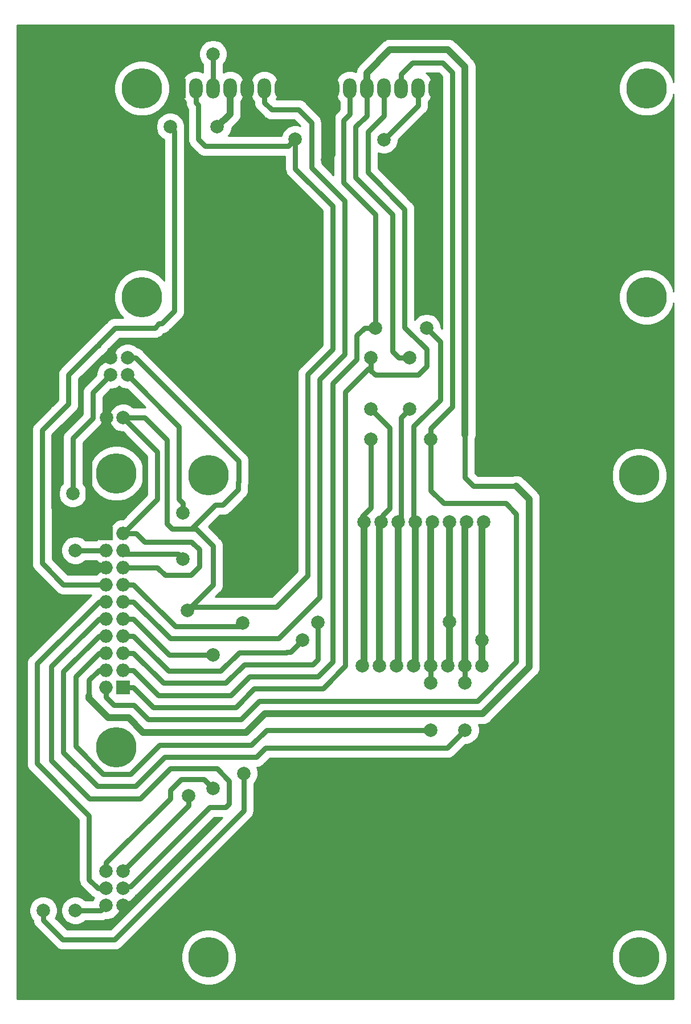
<source format=gbr>
G04 #@! TF.GenerationSoftware,KiCad,Pcbnew,5.1.2*
G04 #@! TF.CreationDate,2019-04-28T18:18:17-05:00*
G04 #@! TF.ProjectId,EXT_LCD+TECLADO,4558545f-4c43-4442-9b54-45434c41444f,rev?*
G04 #@! TF.SameCoordinates,Original*
G04 #@! TF.FileFunction,Copper,L2,Bot*
G04 #@! TF.FilePolarity,Positive*
%FSLAX46Y46*%
G04 Gerber Fmt 4.6, Leading zero omitted, Abs format (unit mm)*
G04 Created by KiCad (PCBNEW 5.1.2) date 2019-04-28 18:18:17*
%MOMM*%
%LPD*%
G04 APERTURE LIST*
%ADD10C,2.000000*%
%ADD11R,2.000000X2.000000*%
%ADD12O,2.000000X2.000000*%
%ADD13C,6.000000*%
%ADD14R,2.000000X3.000000*%
%ADD15O,2.000000X3.000000*%
%ADD16C,0.800000*%
%ADD17C,1.000000*%
%ADD18C,0.254000*%
G04 APERTURE END LIST*
D10*
X190500000Y-77470000D03*
X190500000Y-69850000D03*
D11*
X147955000Y-118745000D03*
D12*
X145415000Y-118745000D03*
X147955000Y-116205000D03*
X145415000Y-116205000D03*
X147955000Y-113665000D03*
X145415000Y-113665000D03*
X147955000Y-111125000D03*
X145415000Y-111125000D03*
X147955000Y-108585000D03*
X145415000Y-108585000D03*
X147955000Y-106045000D03*
X145415000Y-106045000D03*
X147955000Y-103505000D03*
X145415000Y-103505000D03*
X147955000Y-100965000D03*
X145415000Y-100965000D03*
X147955000Y-98425000D03*
X145415000Y-98425000D03*
X147955000Y-95885000D03*
D11*
X145415000Y-95885000D03*
D13*
X146935000Y-127635000D03*
X146935000Y-86995000D03*
D10*
X185420000Y-65405000D03*
X193040000Y-65405000D03*
X184785000Y-69850000D03*
X184785000Y-77470000D03*
X184785000Y-81915000D03*
X193675000Y-81915000D03*
X145415000Y-146050000D03*
X147955000Y-146050000D03*
X145415000Y-148590000D03*
X147955000Y-148590000D03*
X145415000Y-151130000D03*
X147955000Y-151130000D03*
X148590000Y-72390000D03*
X146050000Y-72390000D03*
X148590000Y-69850000D03*
X146050000Y-69850000D03*
X201295000Y-115570000D03*
X198755000Y-115570000D03*
X196215000Y-115570000D03*
X193675000Y-115570000D03*
X191135000Y-115570000D03*
X188595000Y-115570000D03*
X186055000Y-115570000D03*
X183515000Y-115570000D03*
X161290000Y-24765000D03*
X171450000Y-24765000D03*
D14*
X156210000Y-29845000D03*
D15*
X158750000Y-29845000D03*
X161290000Y-29845000D03*
X163830000Y-29845000D03*
X166370000Y-29845000D03*
X168910000Y-29845000D03*
X171450000Y-29845000D03*
X173990000Y-29845000D03*
X176530000Y-29845000D03*
X179070000Y-29845000D03*
X181610000Y-29845000D03*
X184150000Y-29845000D03*
X186690000Y-29845000D03*
X189230000Y-29845000D03*
X191770000Y-29845000D03*
X194310000Y-29845000D03*
D13*
X150710900Y-29845000D03*
X150710900Y-60845700D03*
X225709480Y-60845700D03*
X225710000Y-29845000D03*
D10*
X147955000Y-78740000D03*
X145455000Y-78740000D03*
X183707801Y-94250201D03*
X186247801Y-94250201D03*
X188787801Y-94250201D03*
X191327801Y-94250201D03*
X193867801Y-94250201D03*
X196407801Y-94250201D03*
X198947801Y-94250201D03*
X201487801Y-94250201D03*
D13*
X224654321Y-87312441D03*
X224654321Y-158812441D03*
X160654321Y-158812441D03*
X160654321Y-87312441D03*
D10*
X161290003Y-133765870D03*
X161290000Y-113915023D03*
X186690002Y-37465000D03*
X173517671Y-37429896D03*
X157480001Y-107315000D03*
X157687936Y-134827936D03*
X136051232Y-151866225D03*
X140851243Y-151883757D03*
X165734994Y-109220000D03*
X165836115Y-131515112D03*
X186913082Y-40911411D03*
X178317682Y-40471869D03*
X156845000Y-99695004D03*
X156845008Y-92849990D03*
X140451757Y-89994865D03*
X140830010Y-98424999D03*
X196407801Y-109027199D03*
X176855893Y-109113235D03*
X193675000Y-118110000D03*
X193675000Y-125095000D03*
X174625016Y-111760000D03*
X201294992Y-111760000D03*
X198755000Y-118110000D03*
X198755000Y-125095000D03*
X154921012Y-35541018D03*
X161924996Y-35560000D03*
D16*
X181610000Y-33655000D02*
X181610000Y-29845000D01*
X180689976Y-34575024D02*
X181610000Y-33655000D01*
X180689976Y-43836278D02*
X180689976Y-34575024D01*
X185420000Y-65405000D02*
X185420000Y-48566302D01*
X185420000Y-48566302D02*
X180689976Y-43836278D01*
X183820000Y-65405000D02*
X185420000Y-65405000D01*
X166688192Y-117160033D02*
X176856165Y-117160033D01*
X182670022Y-66554978D02*
X183820000Y-65405000D01*
X149455002Y-116205000D02*
X153165049Y-119915047D01*
X163933178Y-119915047D02*
X166688192Y-117160033D01*
X147955000Y-116205000D02*
X149455002Y-116205000D01*
X179070000Y-114946198D02*
X179070000Y-73665599D01*
X179070000Y-73665599D02*
X182670022Y-70065577D01*
X176856165Y-117160033D02*
X179070000Y-114946198D01*
X153165049Y-119915047D02*
X163933178Y-119915047D01*
X182670022Y-70065577D02*
X182670022Y-66554978D01*
D17*
X191327801Y-94250201D02*
X191327801Y-115377199D01*
X191327801Y-115377199D02*
X191135000Y-115570000D01*
D16*
X191135000Y-80004402D02*
X191135000Y-93656606D01*
X195054978Y-76084424D02*
X191135000Y-80004402D01*
X190973303Y-93818303D02*
X191135000Y-93980000D01*
X191135000Y-93656606D02*
X190973303Y-93818303D01*
X195054978Y-67419978D02*
X195054978Y-76084424D01*
X193040000Y-65405000D02*
X195054978Y-67419978D01*
D17*
X188787801Y-94250201D02*
X188787801Y-116012199D01*
X188787801Y-116012199D02*
X188595000Y-115819398D01*
D16*
X189230000Y-93808002D02*
X188787801Y-94250201D01*
X190500000Y-77470000D02*
X189230000Y-78740000D01*
X189230000Y-78740000D02*
X189230000Y-93808002D01*
X145415000Y-116205000D02*
X144362594Y-116205000D01*
X142875000Y-117692593D02*
X142875000Y-120015000D01*
X144362594Y-116205000D02*
X142875000Y-117692593D01*
X188900000Y-69850000D02*
X190500000Y-69850000D01*
X182489987Y-43090690D02*
X187960000Y-48560703D01*
X184150000Y-29845000D02*
X184150000Y-33907397D01*
X184150000Y-33907397D02*
X182489987Y-35567410D01*
X187960000Y-68910000D02*
X188900000Y-69850000D01*
X187960000Y-48560703D02*
X187960000Y-68910000D01*
X182489987Y-35567410D02*
X182489987Y-43090690D01*
D17*
X208280000Y-90805000D02*
X208280000Y-115717021D01*
X168966378Y-122660066D02*
X166211364Y-125415080D01*
X201336955Y-122660066D02*
X168966378Y-122660066D01*
X145743034Y-123260057D02*
X142875000Y-120392023D01*
X208280000Y-115717021D02*
X201336955Y-122660066D01*
X166211364Y-125415080D02*
X150886862Y-125415080D01*
X196219989Y-24134989D02*
X198755000Y-26670000D01*
X198755000Y-26670000D02*
X198755000Y-81280000D01*
X184150000Y-27545000D02*
X187560011Y-24134989D01*
X184150000Y-29845000D02*
X184150000Y-27545000D01*
X150886862Y-125415080D02*
X148731839Y-123260057D01*
X148731839Y-123260057D02*
X145743034Y-123260057D01*
X187560011Y-24134989D02*
X196219989Y-24134989D01*
X142875000Y-120392023D02*
X142875000Y-120015000D01*
X206375000Y-88900000D02*
X208280000Y-90805000D01*
D16*
X198755000Y-87630000D02*
X198755000Y-81280000D01*
X206375000Y-88900000D02*
X200025000Y-88900000D01*
X200025000Y-88900000D02*
X198755000Y-87630000D01*
X184785000Y-71450000D02*
X184785000Y-69850000D01*
X184785000Y-71755000D02*
X184785000Y-71450000D01*
X185420000Y-72390000D02*
X184785000Y-71755000D01*
X186690000Y-33912996D02*
X184289998Y-36312998D01*
X186690000Y-29845000D02*
X186690000Y-33912996D01*
X191770000Y-72390000D02*
X185420000Y-72390000D01*
X193040000Y-71120000D02*
X191770000Y-72390000D01*
X184289998Y-36312998D02*
X184289998Y-42345102D01*
X189760011Y-47815115D02*
X189760011Y-65300011D01*
X184289998Y-42345102D02*
X189760011Y-47815115D01*
X193040000Y-68580000D02*
X193040000Y-71120000D01*
X189760011Y-65300011D02*
X193040000Y-68580000D01*
X184455000Y-71450000D02*
X184785000Y-71450000D01*
X177601753Y-118960044D02*
X180975000Y-115586797D01*
X164678766Y-121715058D02*
X167433780Y-118960044D01*
X147955000Y-118745000D02*
X149449403Y-118745000D01*
X167433780Y-118960044D02*
X177601753Y-118960044D01*
X180975000Y-74930000D02*
X184455000Y-71450000D01*
X152419461Y-121715058D02*
X164678766Y-121715058D01*
X149449403Y-118745000D02*
X152419461Y-121715058D01*
X180975000Y-115586797D02*
X180975000Y-74930000D01*
D17*
X186055000Y-115570000D02*
X186055000Y-94615000D01*
D16*
X186537791Y-93497209D02*
X186055000Y-93980000D01*
X187534979Y-80219979D02*
X187534979Y-92165430D01*
X187534979Y-92165430D02*
X187277780Y-92422629D01*
X187277780Y-92428228D02*
X186537791Y-93168217D01*
X184785000Y-77470000D02*
X187534979Y-80219979D01*
X187277780Y-92422629D02*
X187277780Y-92428228D01*
X186537791Y-93168217D02*
X186537791Y-93497209D01*
D17*
X183707801Y-94250201D02*
X183707801Y-115377199D01*
X183707801Y-115377199D02*
X183515000Y-115570000D01*
D16*
X183515000Y-93345000D02*
X183515000Y-93980000D01*
X184785000Y-81915000D02*
X184785000Y-92075000D01*
X184785000Y-92075000D02*
X183515000Y-93345000D01*
X196854989Y-77135011D02*
X193675000Y-80315000D01*
X196854989Y-27457009D02*
X196854989Y-77135011D01*
X189230000Y-27745000D02*
X190940000Y-26035000D01*
X193675000Y-80315000D02*
X193675000Y-81915000D01*
X189230000Y-29845000D02*
X189230000Y-27745000D01*
X195432980Y-26035000D02*
X196854989Y-27457009D01*
X190940000Y-26035000D02*
X195432980Y-26035000D01*
X145415000Y-120245002D02*
X145415000Y-119380000D01*
X146530044Y-121360046D02*
X145415000Y-120245002D01*
X149518849Y-121360046D02*
X146530044Y-121360046D01*
X151673872Y-123515069D02*
X149518849Y-121360046D01*
X165424354Y-123515069D02*
X151673872Y-123515069D01*
X200549945Y-120760055D02*
X168179368Y-120760055D01*
X168179368Y-120760055D02*
X165424354Y-123515069D01*
X193675000Y-81915000D02*
X193675000Y-89535000D01*
X193675000Y-89535000D02*
X195580000Y-91440000D01*
X195580000Y-91440000D02*
X204800000Y-91440000D01*
X206375000Y-114935000D02*
X200549945Y-120760055D01*
X206375000Y-93015000D02*
X206375000Y-114935000D01*
X204800000Y-91440000D02*
X206375000Y-93015000D01*
X149471798Y-108585000D02*
X154801821Y-113915023D01*
X147955000Y-108585000D02*
X149471798Y-108585000D01*
X154801821Y-113915023D02*
X161290000Y-113915023D01*
X159952068Y-132427935D02*
X161290003Y-133765870D01*
X145415000Y-144780000D02*
X154940000Y-135255000D01*
X145415000Y-146050000D02*
X145415000Y-144780000D01*
X154940000Y-135255000D02*
X154940000Y-134023870D01*
X154940000Y-134023870D02*
X156535935Y-132427935D01*
X156535935Y-132427935D02*
X159952068Y-132427935D01*
X153035000Y-83820000D02*
X147955000Y-78740000D01*
X147955000Y-95885000D02*
X153035000Y-90805000D01*
X153035000Y-90805000D02*
X153035000Y-83820000D01*
X154444998Y-94497002D02*
X155197996Y-95250000D01*
X154444998Y-82054998D02*
X154444998Y-94497002D01*
X151130000Y-78740000D02*
X154444998Y-82054998D01*
X147955000Y-78740000D02*
X151130000Y-78740000D01*
X191770000Y-29845000D02*
X191770000Y-32385002D01*
X191770000Y-32385002D02*
X186690002Y-37465000D01*
X149860000Y-95885000D02*
X147955000Y-95885000D01*
X151130000Y-97155000D02*
X149860000Y-95885000D01*
X158115000Y-97155000D02*
X151130000Y-97155000D01*
X153040599Y-100965000D02*
X154170601Y-102095002D01*
X147955000Y-100965000D02*
X153040599Y-100965000D01*
X154170601Y-102095002D02*
X157997001Y-102095002D01*
X159245001Y-100847002D02*
X159245001Y-98285001D01*
X157997001Y-102095002D02*
X159245001Y-100847002D01*
X159245001Y-98285001D02*
X158115000Y-97155000D01*
X155197996Y-95250000D02*
X158115000Y-95250000D01*
X159121025Y-37429896D02*
X160121024Y-38429895D01*
X159121025Y-32316025D02*
X159121025Y-37429896D01*
X160121024Y-38429895D02*
X172517672Y-38429895D01*
X172517672Y-38429895D02*
X173517671Y-37429896D01*
X158750000Y-31945000D02*
X159121025Y-32316025D01*
X158750000Y-29845000D02*
X158750000Y-31945000D01*
X157687936Y-136317064D02*
X157687936Y-134827936D01*
X147955000Y-146050000D02*
X157687936Y-136317064D01*
X173517671Y-41769459D02*
X173517671Y-37429896D01*
X179070000Y-47321788D02*
X173517671Y-41769459D01*
X157975002Y-106819999D02*
X170675001Y-106819999D01*
X157480001Y-107315000D02*
X157975002Y-106819999D01*
X170675001Y-106819999D02*
X175364990Y-102130010D01*
X175364990Y-72279412D02*
X179070000Y-68574402D01*
X175364990Y-102130010D02*
X175364990Y-72279412D01*
X179070000Y-68574402D02*
X179070000Y-47321788D01*
X149792081Y-69850000D02*
X148590000Y-69850000D01*
X161652558Y-91712442D02*
X162766322Y-91712442D01*
X158115000Y-95250000D02*
X161652558Y-91712442D01*
X162766322Y-91712442D02*
X165054322Y-89424442D01*
X165054322Y-89424442D02*
X165054322Y-88310678D01*
X165054322Y-88310678D02*
X165100000Y-88265000D01*
X165100000Y-85157919D02*
X149792081Y-69850000D01*
X165100000Y-88265000D02*
X165100000Y-85157919D01*
X161290000Y-103505001D02*
X157480001Y-107315000D01*
X161290000Y-97790000D02*
X161290000Y-103505001D01*
X158115000Y-95250000D02*
X158750000Y-95250000D01*
X158750000Y-95250000D02*
X161290000Y-97790000D01*
X135150012Y-115235186D02*
X135150012Y-130064414D01*
X144340198Y-106045000D02*
X135150012Y-115235186D01*
X142875000Y-137789402D02*
X142875000Y-147271314D01*
X135150012Y-130064414D02*
X142875000Y-137789402D01*
X144193686Y-148590000D02*
X145415000Y-148590000D01*
X145415000Y-106045000D02*
X144340198Y-106045000D01*
X142875000Y-147271314D02*
X144193686Y-148590000D01*
X147960598Y-148590000D02*
X147955000Y-148590000D01*
X148236997Y-148313601D02*
X147960598Y-148590000D01*
X149041529Y-148313601D02*
X148236997Y-148313601D01*
X160830130Y-136525000D02*
X149041529Y-148313601D01*
X163195000Y-136525000D02*
X160830130Y-136525000D01*
X161886131Y-130810000D02*
X163690002Y-132613871D01*
X154940000Y-130810000D02*
X161886131Y-130810000D01*
X163690002Y-136029998D02*
X163195000Y-136525000D01*
X163690002Y-132613871D02*
X163690002Y-136029998D01*
X144345797Y-108585000D02*
X137264990Y-115665806D01*
X145415000Y-108585000D02*
X144345797Y-108585000D01*
X137264990Y-115665806D02*
X137264990Y-129633792D01*
X137264990Y-129633792D02*
X142886196Y-135254998D01*
X142886196Y-135254998D02*
X150495002Y-135254998D01*
X150495002Y-135254998D02*
X154940000Y-130810000D01*
X144661243Y-151883757D02*
X140851243Y-151883757D01*
X145415000Y-151130000D02*
X144661243Y-151883757D01*
X165239992Y-109715002D02*
X165734994Y-109220000D01*
X147955000Y-103505000D02*
X149482996Y-103505000D01*
X155692998Y-109715002D02*
X165239992Y-109715002D01*
X149482996Y-103505000D02*
X155692998Y-109715002D01*
X165836115Y-137058885D02*
X165836115Y-131515112D01*
X146685000Y-156210000D02*
X165836115Y-137058885D01*
X138980794Y-156210000D02*
X146685000Y-156210000D01*
X136051232Y-151866225D02*
X136051232Y-153280438D01*
X136051232Y-153280438D02*
X138980794Y-156210000D01*
X171450000Y-24765000D02*
X171450000Y-29210000D01*
X171450000Y-29210000D02*
X172085000Y-29845000D01*
X172085000Y-29845000D02*
X179070000Y-29845000D01*
X166370000Y-29845000D02*
X166370000Y-27745000D01*
X169350000Y-24765000D02*
X171450000Y-24765000D01*
X166370000Y-27745000D02*
X169350000Y-24765000D01*
X144847919Y-69850000D02*
X146050000Y-69850000D01*
X141605000Y-73092919D02*
X144847919Y-69850000D01*
X139065000Y-80010000D02*
X141605000Y-77470000D01*
X141605000Y-77470000D02*
X141605000Y-73092919D01*
X139065000Y-80120588D02*
X139065000Y-80010000D01*
D17*
X137795000Y-81390588D02*
X139065000Y-80120588D01*
X137795000Y-92075000D02*
X137795000Y-81390588D01*
X145455000Y-81240000D02*
X142875000Y-83820000D01*
X142875000Y-83820000D02*
X142875000Y-91440000D01*
X142875000Y-91440000D02*
X141605000Y-92710000D01*
X145455000Y-78740000D02*
X145455000Y-81240000D01*
X141605000Y-92710000D02*
X138430000Y-92710000D01*
X138430000Y-92710000D02*
X137795000Y-92075000D01*
D16*
X140335000Y-95250000D02*
X144780000Y-95250000D01*
X138430000Y-97155000D02*
X140335000Y-95250000D01*
X144780000Y-95250000D02*
X145415000Y-95885000D01*
X138430000Y-99695000D02*
X138430000Y-97155000D01*
X145415000Y-100965000D02*
X139700000Y-100965000D01*
X139700000Y-100965000D02*
X138430000Y-99695000D01*
X147332402Y-81280000D02*
X145415000Y-81280000D01*
X151130000Y-89095198D02*
X151130000Y-85077598D01*
X145415000Y-81280000D02*
X145415000Y-79380599D01*
X151130000Y-85077598D02*
X147332402Y-81280000D01*
X145415000Y-95885000D02*
X145415000Y-94810198D01*
X145415000Y-94810198D02*
X151130000Y-89095198D01*
X168910000Y-22225000D02*
X171450000Y-24765000D01*
X158115000Y-22225000D02*
X168910000Y-22225000D01*
X156210000Y-29845000D02*
X156210000Y-24130000D01*
X156210000Y-24130000D02*
X158115000Y-22225000D01*
X179070000Y-39719551D02*
X178317682Y-40471869D01*
X179070000Y-29845000D02*
X179070000Y-39719551D01*
X188327295Y-40911411D02*
X186913082Y-40911411D01*
X188327295Y-40907705D02*
X188327295Y-40911411D01*
X194310000Y-29845000D02*
X194310000Y-34925000D01*
X194310000Y-34925000D02*
X188327295Y-40907705D01*
X146050001Y-68647918D02*
X147492910Y-67205011D01*
X153780588Y-67205011D02*
X157321014Y-63664585D01*
X147492910Y-67205011D02*
X153780588Y-67205011D01*
X157321014Y-63664585D02*
X157321014Y-33056014D01*
X156210000Y-31945000D02*
X156210000Y-29845000D01*
X157321014Y-33056014D02*
X156210000Y-31945000D01*
X146050000Y-69850000D02*
X146050001Y-68647918D01*
X147955000Y-152351314D02*
X147955000Y-151130000D01*
X146001314Y-154305000D02*
X147955000Y-152351314D01*
X139720484Y-154305000D02*
X146001314Y-154305000D01*
X138451242Y-153035758D02*
X139720484Y-154305000D01*
X138451242Y-135911242D02*
X138451242Y-153035758D01*
X133350001Y-130810001D02*
X138451242Y-135911242D01*
X133350001Y-80009999D02*
X133350001Y-130810001D01*
X156210000Y-30857902D02*
X151765000Y-35302902D01*
X156210000Y-29845000D02*
X156210000Y-30857902D01*
X151765000Y-35302902D02*
X151765000Y-53340000D01*
X151765000Y-53340000D02*
X137795000Y-67310000D01*
X137795000Y-67310000D02*
X137795000Y-75565000D01*
X137795000Y-75565000D02*
X133350001Y-80009999D01*
X156245009Y-80045009D02*
X156245009Y-90835778D01*
X156845008Y-91435777D02*
X156845008Y-92849990D01*
X148590000Y-72390000D02*
X156245009Y-80045009D01*
X156245009Y-90835778D02*
X156845008Y-91435777D01*
X156105007Y-98955011D02*
X156845000Y-99695004D01*
X147955000Y-98425000D02*
X148485011Y-98955011D01*
X148485011Y-98955011D02*
X156105007Y-98955011D01*
X140451757Y-81798243D02*
X140451757Y-89994865D01*
X143405011Y-78844989D02*
X140451757Y-81798243D01*
X146050000Y-72390000D02*
X143405011Y-75034989D01*
X143405011Y-75034989D02*
X143405011Y-78844989D01*
X145415000Y-98425000D02*
X142244223Y-98424999D01*
X142244223Y-98424999D02*
X140830010Y-98424999D01*
D17*
X196407801Y-115377199D02*
X196215000Y-115570000D01*
X196407801Y-94250201D02*
X196407801Y-115377199D01*
D16*
X176855893Y-114614706D02*
X176855893Y-109113235D01*
X165942604Y-115360022D02*
X176110577Y-115360022D01*
X163187590Y-118115036D02*
X165942604Y-115360022D01*
X153910637Y-118115036D02*
X163187590Y-118115036D01*
X147955000Y-113665000D02*
X149460601Y-113665000D01*
X176110577Y-115360022D02*
X176855893Y-114614706D01*
X149460601Y-113665000D02*
X153910637Y-118115036D01*
D17*
X193675000Y-115570000D02*
X193675000Y-94615000D01*
D16*
X193675000Y-115570000D02*
X193675000Y-118110000D01*
X166998374Y-127315091D02*
X169218465Y-125095000D01*
X149003826Y-131654978D02*
X153343713Y-127315091D01*
X144995577Y-131654978D02*
X149003826Y-131654978D01*
X140865012Y-117156982D02*
X140865012Y-127524413D01*
X145415000Y-113665000D02*
X144356995Y-113665000D01*
X144356995Y-113665000D02*
X140865012Y-117156982D01*
X169218465Y-125095000D02*
X193675000Y-125095000D01*
X140865012Y-127524413D02*
X144995577Y-131654978D01*
X153343713Y-127315091D02*
X166998374Y-127315091D01*
D17*
X201295000Y-111760008D02*
X201294992Y-111760000D01*
X201295000Y-115570000D02*
X201295000Y-111760008D01*
X201294992Y-94757809D02*
X201294992Y-111760000D01*
X201437801Y-94615000D02*
X201294992Y-94757809D01*
D16*
X172847016Y-113538000D02*
X174625016Y-111760000D01*
X149466200Y-111125000D02*
X154656225Y-116315025D01*
X147955000Y-111125000D02*
X149466200Y-111125000D01*
X154656225Y-116315025D02*
X162442002Y-116315025D01*
X165197016Y-113560011D02*
X172189989Y-113560011D01*
X162442002Y-116315025D02*
X165197016Y-113560011D01*
X172212000Y-113538000D02*
X172847016Y-113538000D01*
X172189989Y-113560011D02*
X172212000Y-113538000D01*
X198755000Y-115570000D02*
X198755000Y-118110000D01*
X145415000Y-111125000D02*
X144351396Y-111125000D01*
X154089301Y-129115102D02*
X167743962Y-129115102D01*
X144096988Y-133454989D02*
X149749414Y-133454989D01*
X139065001Y-128423002D02*
X144096988Y-133454989D01*
X196114923Y-127735077D02*
X198755000Y-125095000D01*
X169123987Y-127735077D02*
X196114923Y-127735077D01*
X139065001Y-116411394D02*
X139065001Y-128423002D01*
X144351396Y-111125000D02*
X139065001Y-116411394D01*
X149749414Y-133454989D02*
X154089301Y-129115102D01*
X167743962Y-129115102D02*
X169123987Y-127735077D01*
D17*
X198755000Y-94822982D02*
X198755000Y-115570000D01*
X198947801Y-94250201D02*
X199137791Y-94440191D01*
X199137791Y-94440191D02*
X198755000Y-94822982D01*
D16*
X149477397Y-106045000D02*
X147955000Y-106045000D01*
X171059987Y-111515013D02*
X154947410Y-111515013D01*
X177165000Y-105410000D02*
X171059987Y-111515013D01*
X177165000Y-73025000D02*
X177165000Y-105410000D01*
X180870011Y-69319989D02*
X177165000Y-73025000D01*
X180870011Y-46561912D02*
X180870011Y-69319989D01*
X154947410Y-111515013D02*
X149477397Y-106045000D01*
X168910000Y-31945000D02*
X169985000Y-33020000D01*
X168910000Y-29845000D02*
X168910000Y-31945000D01*
X169985000Y-33020000D02*
X173990000Y-33020000D01*
X173990000Y-33020000D02*
X175917681Y-34947681D01*
X175917681Y-41609582D02*
X180870011Y-46561912D01*
X175917681Y-34947681D02*
X175917681Y-41609582D01*
X135890000Y-100330000D02*
X135890000Y-80645000D01*
X145415000Y-103505000D02*
X139065000Y-103505000D01*
X139065000Y-103505000D02*
X135890000Y-100330000D01*
D17*
X163830000Y-33654996D02*
X161924996Y-35560000D01*
X163830000Y-29845000D02*
X163830000Y-33654996D01*
D16*
X155575000Y-62865000D02*
X155575000Y-36195006D01*
X153670000Y-64770000D02*
X155575000Y-62865000D01*
X153298602Y-64770000D02*
X153670000Y-64770000D01*
X144249990Y-68049990D02*
X144249991Y-67902330D01*
X135894990Y-80603579D02*
X138277990Y-78220580D01*
X138277990Y-78220580D02*
X138308822Y-78220580D01*
X152663602Y-65405000D02*
X153298602Y-64770000D01*
X138308822Y-78220580D02*
X139804990Y-76724412D01*
X139804990Y-76724412D02*
X139804991Y-72347330D01*
X155575000Y-36195006D02*
X154921012Y-35541018D01*
X139804991Y-72347330D02*
X144102331Y-68049990D01*
X144249991Y-67902330D02*
X146747321Y-65405000D01*
X144102331Y-68049990D02*
X144249990Y-68049990D01*
X146747321Y-65405000D02*
X152663602Y-65405000D01*
X161290000Y-29845000D02*
X161290000Y-24765000D01*
D18*
G36*
X229743000Y-28965955D02*
G01*
X229678402Y-28641198D01*
X229367300Y-27890132D01*
X228915650Y-27214191D01*
X228340809Y-26639350D01*
X227664868Y-26187700D01*
X226913802Y-25876598D01*
X226116474Y-25718000D01*
X225303526Y-25718000D01*
X224506198Y-25876598D01*
X223755132Y-26187700D01*
X223079191Y-26639350D01*
X222504350Y-27214191D01*
X222052700Y-27890132D01*
X221741598Y-28641198D01*
X221583000Y-29438526D01*
X221583000Y-30251474D01*
X221741598Y-31048802D01*
X222052700Y-31799868D01*
X222504350Y-32475809D01*
X223079191Y-33050650D01*
X223755132Y-33502300D01*
X224506198Y-33813402D01*
X225303526Y-33972000D01*
X226116474Y-33972000D01*
X226913802Y-33813402D01*
X227664868Y-33502300D01*
X228340809Y-33050650D01*
X228915650Y-32475809D01*
X229367300Y-31799868D01*
X229678402Y-31048802D01*
X229743000Y-30724045D01*
X229743000Y-59969269D01*
X229677882Y-59641898D01*
X229366780Y-58890832D01*
X228915130Y-58214891D01*
X228340289Y-57640050D01*
X227664348Y-57188400D01*
X226913282Y-56877298D01*
X226115954Y-56718700D01*
X225303006Y-56718700D01*
X224505678Y-56877298D01*
X223754612Y-57188400D01*
X223078671Y-57640050D01*
X222503830Y-58214891D01*
X222052180Y-58890832D01*
X221741078Y-59641898D01*
X221582480Y-60439226D01*
X221582480Y-61252174D01*
X221741078Y-62049502D01*
X222052180Y-62800568D01*
X222503830Y-63476509D01*
X223078671Y-64051350D01*
X223754612Y-64503000D01*
X224505678Y-64814102D01*
X225303006Y-64972700D01*
X226115954Y-64972700D01*
X226913282Y-64814102D01*
X227664348Y-64503000D01*
X228340289Y-64051350D01*
X228915130Y-63476509D01*
X229366780Y-62800568D01*
X229677882Y-62049502D01*
X229743000Y-61722131D01*
X229743000Y-164973000D01*
X132207000Y-164973000D01*
X132207000Y-158405967D01*
X156527321Y-158405967D01*
X156527321Y-159218915D01*
X156685919Y-160016243D01*
X156997021Y-160767309D01*
X157448671Y-161443250D01*
X158023512Y-162018091D01*
X158699453Y-162469741D01*
X159450519Y-162780843D01*
X160247847Y-162939441D01*
X161060795Y-162939441D01*
X161858123Y-162780843D01*
X162609189Y-162469741D01*
X163285130Y-162018091D01*
X163859971Y-161443250D01*
X164311621Y-160767309D01*
X164622723Y-160016243D01*
X164781321Y-159218915D01*
X164781321Y-158405967D01*
X220527321Y-158405967D01*
X220527321Y-159218915D01*
X220685919Y-160016243D01*
X220997021Y-160767309D01*
X221448671Y-161443250D01*
X222023512Y-162018091D01*
X222699453Y-162469741D01*
X223450519Y-162780843D01*
X224247847Y-162939441D01*
X225060795Y-162939441D01*
X225858123Y-162780843D01*
X226609189Y-162469741D01*
X227285130Y-162018091D01*
X227859971Y-161443250D01*
X228311621Y-160767309D01*
X228622723Y-160016243D01*
X228781321Y-159218915D01*
X228781321Y-158405967D01*
X228622723Y-157608639D01*
X228311621Y-156857573D01*
X227859971Y-156181632D01*
X227285130Y-155606791D01*
X226609189Y-155155141D01*
X225858123Y-154844039D01*
X225060795Y-154685441D01*
X224247847Y-154685441D01*
X223450519Y-154844039D01*
X222699453Y-155155141D01*
X222023512Y-155606791D01*
X221448671Y-156181632D01*
X220997021Y-156857573D01*
X220685919Y-157608639D01*
X220527321Y-158405967D01*
X164781321Y-158405967D01*
X164622723Y-157608639D01*
X164311621Y-156857573D01*
X163859971Y-156181632D01*
X163285130Y-155606791D01*
X162609189Y-155155141D01*
X161858123Y-154844039D01*
X161060795Y-154685441D01*
X160247847Y-154685441D01*
X159450519Y-154844039D01*
X158699453Y-155155141D01*
X158023512Y-155606791D01*
X157448671Y-156181632D01*
X156997021Y-156857573D01*
X156685919Y-157608639D01*
X156527321Y-158405967D01*
X132207000Y-158405967D01*
X132207000Y-115235186D01*
X133615625Y-115235186D01*
X133623012Y-115310187D01*
X133623013Y-129989403D01*
X133615625Y-130064414D01*
X133645108Y-130363758D01*
X133732423Y-130651599D01*
X133874216Y-130916874D01*
X133950927Y-131010346D01*
X134065037Y-131149390D01*
X134123301Y-131197206D01*
X141348000Y-138421906D01*
X141348001Y-147196303D01*
X141340613Y-147271314D01*
X141370096Y-147570658D01*
X141457411Y-147858499D01*
X141599204Y-148123774D01*
X141736161Y-148290656D01*
X141790025Y-148356290D01*
X141848288Y-148404106D01*
X143060898Y-149616717D01*
X143108710Y-149674976D01*
X143166969Y-149722788D01*
X143166974Y-149722793D01*
X143283602Y-149818506D01*
X143341226Y-149865797D01*
X143491058Y-149945884D01*
X143606501Y-150007590D01*
X143606790Y-150007678D01*
X143530077Y-150122488D01*
X143433039Y-150356757D01*
X142332276Y-150356757D01*
X142207127Y-150231608D01*
X141858755Y-149998834D01*
X141471666Y-149838496D01*
X141060734Y-149756757D01*
X140641752Y-149756757D01*
X140230820Y-149838496D01*
X139843731Y-149998834D01*
X139495359Y-150231608D01*
X139199094Y-150527873D01*
X138966320Y-150876245D01*
X138805982Y-151263334D01*
X138724243Y-151674266D01*
X138724243Y-152093248D01*
X138805982Y-152504180D01*
X138966320Y-152891269D01*
X139199094Y-153239641D01*
X139495359Y-153535906D01*
X139843731Y-153768680D01*
X140230820Y-153929018D01*
X140641752Y-154010757D01*
X141060734Y-154010757D01*
X141471666Y-153929018D01*
X141858755Y-153768680D01*
X142207127Y-153535906D01*
X142332276Y-153410757D01*
X144586242Y-153410757D01*
X144661243Y-153418144D01*
X144736244Y-153410757D01*
X144736254Y-153410757D01*
X144960587Y-153388662D01*
X145248428Y-153301347D01*
X145331395Y-153257000D01*
X145624491Y-153257000D01*
X146035423Y-153175261D01*
X146422512Y-153014923D01*
X146770884Y-152782149D01*
X147067149Y-152485884D01*
X147299923Y-152137512D01*
X147460261Y-151750423D01*
X147542000Y-151339491D01*
X147542000Y-150920509D01*
X147491468Y-150666468D01*
X147745509Y-150717000D01*
X148164491Y-150717000D01*
X148575423Y-150635261D01*
X148962512Y-150474923D01*
X149310884Y-150242149D01*
X149607149Y-149945884D01*
X149818319Y-149629845D01*
X149893989Y-149589398D01*
X150126505Y-149398577D01*
X150174326Y-149340307D01*
X161462634Y-138052000D01*
X162683496Y-138052000D01*
X146052497Y-154683000D01*
X139613298Y-154683000D01*
X137883235Y-152952938D01*
X137936155Y-152873737D01*
X138096493Y-152486648D01*
X138178232Y-152075716D01*
X138178232Y-151656734D01*
X138096493Y-151245802D01*
X137936155Y-150858713D01*
X137703381Y-150510341D01*
X137407116Y-150214076D01*
X137058744Y-149981302D01*
X136671655Y-149820964D01*
X136260723Y-149739225D01*
X135841741Y-149739225D01*
X135430809Y-149820964D01*
X135043720Y-149981302D01*
X134695348Y-150214076D01*
X134399083Y-150510341D01*
X134166309Y-150858713D01*
X134005971Y-151245802D01*
X133924232Y-151656734D01*
X133924232Y-152075716D01*
X134005971Y-152486648D01*
X134166309Y-152873737D01*
X134399083Y-153222109D01*
X134523338Y-153346364D01*
X134524232Y-153355439D01*
X134524232Y-153355449D01*
X134546327Y-153579782D01*
X134633643Y-153867623D01*
X134775436Y-154132898D01*
X134966257Y-154365414D01*
X135024521Y-154413230D01*
X137848002Y-157236712D01*
X137895818Y-157294976D01*
X138128334Y-157485797D01*
X138393609Y-157627590D01*
X138681450Y-157714905D01*
X138905783Y-157737000D01*
X138905792Y-157737000D01*
X138980793Y-157744387D01*
X139055794Y-157737000D01*
X146609999Y-157737000D01*
X146685000Y-157744387D01*
X146760001Y-157737000D01*
X146760011Y-157737000D01*
X146984344Y-157714905D01*
X147272185Y-157627590D01*
X147537460Y-157485797D01*
X147769976Y-157294976D01*
X147817797Y-157236706D01*
X166862828Y-138191676D01*
X166921091Y-138143861D01*
X166990417Y-138059387D01*
X167111912Y-137911346D01*
X167253705Y-137646070D01*
X167341020Y-137358230D01*
X167370503Y-137058885D01*
X167363115Y-136983874D01*
X167363115Y-132996145D01*
X167488264Y-132870996D01*
X167721038Y-132522624D01*
X167881376Y-132135535D01*
X167963115Y-131724603D01*
X167963115Y-131305621D01*
X167881376Y-130894689D01*
X167778405Y-130646097D01*
X167818963Y-130642102D01*
X167818973Y-130642102D01*
X168043306Y-130620007D01*
X168331147Y-130532692D01*
X168596422Y-130390899D01*
X168828938Y-130200078D01*
X168876758Y-130141809D01*
X169756491Y-129262077D01*
X196039922Y-129262077D01*
X196114923Y-129269464D01*
X196189924Y-129262077D01*
X196189934Y-129262077D01*
X196414267Y-129239982D01*
X196702108Y-129152667D01*
X196967383Y-129010874D01*
X197199899Y-128820053D01*
X197247719Y-128761784D01*
X198787504Y-127222000D01*
X198964491Y-127222000D01*
X199375423Y-127140261D01*
X199762512Y-126979923D01*
X200110884Y-126747149D01*
X200407149Y-126450884D01*
X200639923Y-126102512D01*
X200800261Y-125715423D01*
X200882000Y-125304491D01*
X200882000Y-124885509D01*
X200800261Y-124474577D01*
X200722591Y-124287066D01*
X201257041Y-124287066D01*
X201336955Y-124294937D01*
X201416869Y-124287066D01*
X201416880Y-124287066D01*
X201655903Y-124263524D01*
X201962593Y-124170491D01*
X202245241Y-124019412D01*
X202492984Y-123816095D01*
X202543935Y-123754011D01*
X209373945Y-116924001D01*
X209436029Y-116873050D01*
X209579073Y-116698750D01*
X209639346Y-116625308D01*
X209790424Y-116342661D01*
X209792328Y-116336384D01*
X209883458Y-116035969D01*
X209907000Y-115796946D01*
X209907000Y-115796936D01*
X209914871Y-115717022D01*
X209907000Y-115637107D01*
X209907000Y-90884925D01*
X209914872Y-90805000D01*
X209883458Y-90486052D01*
X209861385Y-90413288D01*
X209790425Y-90179362D01*
X209639346Y-89896714D01*
X209596959Y-89845065D01*
X209486978Y-89711052D01*
X209486975Y-89711049D01*
X209436029Y-89648971D01*
X209373952Y-89598026D01*
X207468947Y-87693022D01*
X207283285Y-87540654D01*
X207000638Y-87389576D01*
X206693947Y-87296543D01*
X206375000Y-87265129D01*
X206056053Y-87296543D01*
X205804006Y-87373000D01*
X200657504Y-87373000D01*
X200282000Y-86997497D01*
X200282000Y-86905967D01*
X220527321Y-86905967D01*
X220527321Y-87718915D01*
X220685919Y-88516243D01*
X220997021Y-89267309D01*
X221448671Y-89943250D01*
X222023512Y-90518091D01*
X222699453Y-90969741D01*
X223450519Y-91280843D01*
X224247847Y-91439441D01*
X225060795Y-91439441D01*
X225858123Y-91280843D01*
X226609189Y-90969741D01*
X227285130Y-90518091D01*
X227859971Y-89943250D01*
X228311621Y-89267309D01*
X228622723Y-88516243D01*
X228781321Y-87718915D01*
X228781321Y-86905967D01*
X228622723Y-86108639D01*
X228311621Y-85357573D01*
X227859971Y-84681632D01*
X227285130Y-84106791D01*
X226609189Y-83655141D01*
X225858123Y-83344039D01*
X225060795Y-83185441D01*
X224247847Y-83185441D01*
X223450519Y-83344039D01*
X222699453Y-83655141D01*
X222023512Y-84106791D01*
X221448671Y-84681632D01*
X220997021Y-85357573D01*
X220685919Y-86108639D01*
X220527321Y-86905967D01*
X200282000Y-86905967D01*
X200282000Y-81850997D01*
X200358458Y-81598948D01*
X200382000Y-81359925D01*
X200382000Y-26749917D01*
X200389871Y-26670000D01*
X200382000Y-26590083D01*
X200382000Y-26590075D01*
X200358458Y-26351052D01*
X200265425Y-26044362D01*
X200114346Y-25761714D01*
X200078471Y-25718000D01*
X199961978Y-25576052D01*
X199961975Y-25576049D01*
X199911029Y-25513971D01*
X199848952Y-25463026D01*
X197426968Y-23041043D01*
X197376018Y-22978960D01*
X197128275Y-22775643D01*
X196845627Y-22624564D01*
X196538937Y-22531531D01*
X196299914Y-22507989D01*
X196299903Y-22507989D01*
X196219989Y-22500118D01*
X196140075Y-22507989D01*
X187639936Y-22507989D01*
X187560011Y-22500117D01*
X187480086Y-22507989D01*
X187241063Y-22531531D01*
X186934373Y-22624564D01*
X186756314Y-22719739D01*
X186651725Y-22775643D01*
X186466063Y-22928011D01*
X186466060Y-22928014D01*
X186403982Y-22978960D01*
X186353036Y-23041038D01*
X183056050Y-26338025D01*
X182993972Y-26388971D01*
X182943026Y-26451049D01*
X182943022Y-26451053D01*
X182790654Y-26636715D01*
X182772863Y-26670000D01*
X182639576Y-26919362D01*
X182546543Y-27226052D01*
X182531183Y-27381999D01*
X182527103Y-27423423D01*
X182427905Y-27370401D01*
X182026964Y-27248776D01*
X181610000Y-27207709D01*
X181193035Y-27248776D01*
X180792094Y-27370401D01*
X180422585Y-27567907D01*
X180098707Y-27833707D01*
X179832907Y-28157585D01*
X179635401Y-28527095D01*
X179513776Y-28928036D01*
X179483000Y-29240514D01*
X179483000Y-30449487D01*
X179513776Y-30761965D01*
X179635401Y-31162906D01*
X179832908Y-31532415D01*
X180083000Y-31837153D01*
X180083000Y-33022497D01*
X179663265Y-33442232D01*
X179605001Y-33490048D01*
X179557185Y-33548312D01*
X179557184Y-33548313D01*
X179414180Y-33722564D01*
X179272387Y-33987839D01*
X179185072Y-34275680D01*
X179155589Y-34575024D01*
X179162977Y-34650035D01*
X179162976Y-42695374D01*
X177444681Y-40977079D01*
X177444681Y-35022692D01*
X177452069Y-34947681D01*
X177422586Y-34648336D01*
X177335271Y-34360496D01*
X177193478Y-34095221D01*
X177002657Y-33862705D01*
X176944394Y-33814890D01*
X175122797Y-31993294D01*
X175074976Y-31935024D01*
X174842460Y-31744203D01*
X174577185Y-31602410D01*
X174289344Y-31515095D01*
X174065011Y-31493000D01*
X174065001Y-31493000D01*
X173990000Y-31485613D01*
X173914999Y-31493000D01*
X170708161Y-31493000D01*
X170884599Y-31162905D01*
X171006224Y-30761964D01*
X171037000Y-30449486D01*
X171037000Y-29240513D01*
X171006224Y-28928035D01*
X170884599Y-28527094D01*
X170687093Y-28157585D01*
X170421293Y-27833707D01*
X170097415Y-27567907D01*
X169727905Y-27370401D01*
X169326964Y-27248776D01*
X168910000Y-27207709D01*
X168493035Y-27248776D01*
X168092094Y-27370401D01*
X167722585Y-27567907D01*
X167398707Y-27833707D01*
X167132907Y-28157585D01*
X166935401Y-28527095D01*
X166813776Y-28928036D01*
X166783000Y-29240514D01*
X166783000Y-30449487D01*
X166813776Y-30761965D01*
X166935401Y-31162906D01*
X167132908Y-31532415D01*
X167383001Y-31837154D01*
X167383001Y-31869990D01*
X167375613Y-31945000D01*
X167383001Y-32020011D01*
X167405096Y-32244344D01*
X167492411Y-32532185D01*
X167634204Y-32797460D01*
X167825025Y-33029976D01*
X167883289Y-33077792D01*
X168852207Y-34046711D01*
X168900024Y-34104976D01*
X168958288Y-34152792D01*
X168958289Y-34152793D01*
X169132539Y-34295797D01*
X169397815Y-34437590D01*
X169685655Y-34524905D01*
X169985000Y-34554388D01*
X170060011Y-34547000D01*
X173357497Y-34547000D01*
X174235463Y-35424967D01*
X174138094Y-35384635D01*
X173727162Y-35302896D01*
X173308180Y-35302896D01*
X172897248Y-35384635D01*
X172510159Y-35544973D01*
X172161787Y-35777747D01*
X171865522Y-36074012D01*
X171632748Y-36422384D01*
X171472410Y-36809473D01*
X171453827Y-36902895D01*
X163585824Y-36902895D01*
X163809919Y-36567512D01*
X163970257Y-36180423D01*
X164051996Y-35769491D01*
X164051996Y-35733925D01*
X164923945Y-34861976D01*
X164986029Y-34811025D01*
X165189346Y-34563282D01*
X165340425Y-34280634D01*
X165433458Y-33973944D01*
X165457000Y-33734921D01*
X165457000Y-33734911D01*
X165464871Y-33654997D01*
X165457000Y-33575082D01*
X165457000Y-31715304D01*
X165607093Y-31532415D01*
X165804599Y-31162905D01*
X165926224Y-30761964D01*
X165957000Y-30449486D01*
X165957000Y-29240513D01*
X165926224Y-28928035D01*
X165804599Y-28527094D01*
X165607093Y-28157585D01*
X165341293Y-27833707D01*
X165017415Y-27567907D01*
X164647905Y-27370401D01*
X164246964Y-27248776D01*
X163830000Y-27207709D01*
X163413035Y-27248776D01*
X163012094Y-27370401D01*
X162817000Y-27474681D01*
X162817000Y-26246033D01*
X162942149Y-26120884D01*
X163174923Y-25772512D01*
X163335261Y-25385423D01*
X163417000Y-24974491D01*
X163417000Y-24555509D01*
X163335261Y-24144577D01*
X163174923Y-23757488D01*
X162942149Y-23409116D01*
X162645884Y-23112851D01*
X162297512Y-22880077D01*
X161910423Y-22719739D01*
X161499491Y-22638000D01*
X161080509Y-22638000D01*
X160669577Y-22719739D01*
X160282488Y-22880077D01*
X159934116Y-23112851D01*
X159637851Y-23409116D01*
X159405077Y-23757488D01*
X159244739Y-24144577D01*
X159163000Y-24555509D01*
X159163000Y-24974491D01*
X159244739Y-25385423D01*
X159405077Y-25772512D01*
X159637851Y-26120884D01*
X159763001Y-26246034D01*
X159763000Y-27474681D01*
X159567905Y-27370401D01*
X159166964Y-27248776D01*
X158750000Y-27207709D01*
X158333035Y-27248776D01*
X157932094Y-27370401D01*
X157562585Y-27567907D01*
X157238707Y-27833707D01*
X156972907Y-28157585D01*
X156775401Y-28527095D01*
X156653776Y-28928036D01*
X156623000Y-29240514D01*
X156623000Y-30449487D01*
X156653776Y-30761965D01*
X156775401Y-31162906D01*
X156972908Y-31532415D01*
X157223001Y-31837154D01*
X157223001Y-31869990D01*
X157215613Y-31945000D01*
X157223001Y-32020011D01*
X157245096Y-32244344D01*
X157332411Y-32532185D01*
X157474204Y-32797460D01*
X157594025Y-32943462D01*
X157594026Y-37354885D01*
X157586638Y-37429896D01*
X157607271Y-37639387D01*
X157616121Y-37729240D01*
X157703436Y-38017081D01*
X157845229Y-38282356D01*
X158036050Y-38514872D01*
X158094314Y-38562688D01*
X158988227Y-39456601D01*
X159036048Y-39514871D01*
X159268564Y-39705692D01*
X159533839Y-39847485D01*
X159821680Y-39934800D01*
X160046013Y-39956895D01*
X160046022Y-39956895D01*
X160121023Y-39964282D01*
X160196024Y-39956895D01*
X171990671Y-39956895D01*
X171990671Y-41694458D01*
X171983284Y-41769459D01*
X171990671Y-41844460D01*
X171990671Y-41844469D01*
X172012766Y-42068802D01*
X172100081Y-42356643D01*
X172241874Y-42621918D01*
X172432695Y-42854435D01*
X172490965Y-42902256D01*
X177543001Y-47954293D01*
X177543000Y-67941898D01*
X174338279Y-71146620D01*
X174280015Y-71194436D01*
X174232199Y-71252700D01*
X174232198Y-71252701D01*
X174089194Y-71426952D01*
X173947401Y-71692227D01*
X173860086Y-71980068D01*
X173830603Y-72279412D01*
X173837991Y-72354423D01*
X173837990Y-101497506D01*
X170042498Y-105292999D01*
X161661506Y-105292999D01*
X162316713Y-104637792D01*
X162374976Y-104589977D01*
X162565797Y-104357461D01*
X162707590Y-104092186D01*
X162794905Y-103804345D01*
X162817000Y-103580012D01*
X162817000Y-103580003D01*
X162824387Y-103505002D01*
X162817000Y-103430001D01*
X162817000Y-97865000D01*
X162824387Y-97789999D01*
X162817000Y-97714998D01*
X162817000Y-97714989D01*
X162794905Y-97490656D01*
X162707590Y-97202815D01*
X162565797Y-96937540D01*
X162374976Y-96705024D01*
X162316713Y-96657209D01*
X160592003Y-94932500D01*
X162285062Y-93239442D01*
X162691321Y-93239442D01*
X162766322Y-93246829D01*
X162841323Y-93239442D01*
X162841333Y-93239442D01*
X163065666Y-93217347D01*
X163353507Y-93130032D01*
X163618782Y-92988239D01*
X163851298Y-92797418D01*
X163899118Y-92739149D01*
X166081040Y-90557229D01*
X166139298Y-90509418D01*
X166187110Y-90451159D01*
X166187115Y-90451154D01*
X166315388Y-90294852D01*
X166330119Y-90276902D01*
X166471912Y-90011627D01*
X166559227Y-89723786D01*
X166563285Y-89682590D01*
X166588710Y-89424442D01*
X166581322Y-89349431D01*
X166581322Y-88642087D01*
X166604905Y-88564344D01*
X166627000Y-88340011D01*
X166627000Y-88340002D01*
X166634387Y-88265001D01*
X166627000Y-88190000D01*
X166627000Y-85232930D01*
X166634388Y-85157919D01*
X166604905Y-84858574D01*
X166517590Y-84570734D01*
X166375796Y-84305458D01*
X166232793Y-84131207D01*
X166232788Y-84131202D01*
X166184976Y-84072943D01*
X166126717Y-84025131D01*
X150924878Y-68823294D01*
X150877057Y-68765024D01*
X150644541Y-68574203D01*
X150379266Y-68432410D01*
X150093870Y-68345837D01*
X149945884Y-68197851D01*
X149597512Y-67965077D01*
X149210423Y-67804739D01*
X148799491Y-67723000D01*
X148380509Y-67723000D01*
X147969577Y-67804739D01*
X147582488Y-67965077D01*
X147234116Y-68197851D01*
X146937851Y-68494116D01*
X146705077Y-68842488D01*
X146544739Y-69229577D01*
X146463000Y-69640509D01*
X146463000Y-70059491D01*
X146513532Y-70313532D01*
X146259491Y-70263000D01*
X145840509Y-70263000D01*
X145429577Y-70344739D01*
X145042488Y-70505077D01*
X144694116Y-70737851D01*
X144397851Y-71034116D01*
X144165077Y-71382488D01*
X144004739Y-71769577D01*
X143923000Y-72180509D01*
X143923000Y-72357496D01*
X142378305Y-73902192D01*
X142320035Y-73950013D01*
X142129214Y-74182530D01*
X141987421Y-74447805D01*
X141900106Y-74735646D01*
X141878011Y-74959979D01*
X141878011Y-74959988D01*
X141870624Y-75034989D01*
X141878011Y-75109990D01*
X141878012Y-78212484D01*
X139425051Y-80665446D01*
X139366781Y-80713267D01*
X139175960Y-80945784D01*
X139034167Y-81211059D01*
X138946852Y-81498900D01*
X138924757Y-81723233D01*
X138924757Y-81723242D01*
X138917370Y-81798243D01*
X138924757Y-81873244D01*
X138924758Y-88513831D01*
X138799608Y-88638981D01*
X138566834Y-88987353D01*
X138406496Y-89374442D01*
X138324757Y-89785374D01*
X138324757Y-90204356D01*
X138406496Y-90615288D01*
X138566834Y-91002377D01*
X138799608Y-91350749D01*
X139095873Y-91647014D01*
X139444245Y-91879788D01*
X139831334Y-92040126D01*
X140242266Y-92121865D01*
X140661248Y-92121865D01*
X141072180Y-92040126D01*
X141459269Y-91879788D01*
X141807641Y-91647014D01*
X142103906Y-91350749D01*
X142336680Y-91002377D01*
X142497018Y-90615288D01*
X142578757Y-90204356D01*
X142578757Y-89785374D01*
X142497018Y-89374442D01*
X142336680Y-88987353D01*
X142103906Y-88638981D01*
X141978757Y-88513832D01*
X141978757Y-86588526D01*
X142808000Y-86588526D01*
X142808000Y-87401474D01*
X142966598Y-88198802D01*
X143277700Y-88949868D01*
X143729350Y-89625809D01*
X144304191Y-90200650D01*
X144980132Y-90652300D01*
X145731198Y-90963402D01*
X146528526Y-91122000D01*
X147341474Y-91122000D01*
X148138802Y-90963402D01*
X148889868Y-90652300D01*
X149565809Y-90200650D01*
X150140650Y-89625809D01*
X150592300Y-88949868D01*
X150903402Y-88198802D01*
X151062000Y-87401474D01*
X151062000Y-86588526D01*
X150903402Y-85791198D01*
X150592300Y-85040132D01*
X150140650Y-84364191D01*
X149565809Y-83789350D01*
X148889868Y-83337700D01*
X148138802Y-83026598D01*
X147341474Y-82868000D01*
X146528526Y-82868000D01*
X145731198Y-83026598D01*
X144980132Y-83337700D01*
X144304191Y-83789350D01*
X143729350Y-84364191D01*
X143277700Y-85040132D01*
X142966598Y-85791198D01*
X142808000Y-86588526D01*
X141978757Y-86588526D01*
X141978757Y-82430746D01*
X144431723Y-79977781D01*
X144489987Y-79929965D01*
X144680808Y-79697449D01*
X144822601Y-79432174D01*
X144841703Y-79369203D01*
X144909916Y-79144334D01*
X144916938Y-79073040D01*
X144932011Y-78920000D01*
X144932011Y-78919993D01*
X144939398Y-78844989D01*
X144932011Y-78769985D01*
X144932011Y-75667492D01*
X146082504Y-74517000D01*
X146259491Y-74517000D01*
X146670423Y-74435261D01*
X147057512Y-74274923D01*
X147320000Y-74099535D01*
X147582488Y-74274923D01*
X147969577Y-74435261D01*
X148380509Y-74517000D01*
X148557497Y-74517000D01*
X151258794Y-77218297D01*
X151205011Y-77213000D01*
X151205001Y-77213000D01*
X151130000Y-77205613D01*
X151054999Y-77213000D01*
X149436033Y-77213000D01*
X149310884Y-77087851D01*
X148962512Y-76855077D01*
X148575423Y-76694739D01*
X148164491Y-76613000D01*
X147745509Y-76613000D01*
X147334577Y-76694739D01*
X146947488Y-76855077D01*
X146599116Y-77087851D01*
X146302851Y-77384116D01*
X146070077Y-77732488D01*
X145909739Y-78119577D01*
X145828000Y-78530509D01*
X145828000Y-78949491D01*
X145909739Y-79360423D01*
X146070077Y-79747512D01*
X146302851Y-80095884D01*
X146599116Y-80392149D01*
X146947488Y-80624923D01*
X147334577Y-80785261D01*
X147745509Y-80867000D01*
X147922497Y-80867000D01*
X151508001Y-84452505D01*
X151508000Y-90172496D01*
X147922497Y-93758000D01*
X147850513Y-93758000D01*
X147538035Y-93788776D01*
X147137094Y-93910401D01*
X146767585Y-94107907D01*
X146443707Y-94373707D01*
X146177907Y-94697585D01*
X145980401Y-95067094D01*
X145858776Y-95468035D01*
X145817709Y-95885000D01*
X145858776Y-96301965D01*
X145870451Y-96340451D01*
X145831965Y-96328776D01*
X145519487Y-96298000D01*
X145310513Y-96298000D01*
X144998035Y-96328776D01*
X144597094Y-96450401D01*
X144227585Y-96647907D01*
X143922846Y-96898000D01*
X142319235Y-96897999D01*
X142311043Y-96897999D01*
X142185894Y-96772850D01*
X141837522Y-96540076D01*
X141450433Y-96379738D01*
X141039501Y-96297999D01*
X140620519Y-96297999D01*
X140209587Y-96379738D01*
X139822498Y-96540076D01*
X139474126Y-96772850D01*
X139177861Y-97069115D01*
X138945087Y-97417487D01*
X138784749Y-97804576D01*
X138703010Y-98215508D01*
X138703010Y-98634490D01*
X138784749Y-99045422D01*
X138945087Y-99432511D01*
X139177861Y-99780883D01*
X139474126Y-100077148D01*
X139822498Y-100309922D01*
X140209587Y-100470260D01*
X140620519Y-100551999D01*
X141039501Y-100551999D01*
X141450433Y-100470260D01*
X141837522Y-100309922D01*
X142185894Y-100077148D01*
X142311043Y-99951999D01*
X142319234Y-99951999D01*
X142319243Y-99951998D01*
X143922845Y-99951999D01*
X144227585Y-100202093D01*
X144597094Y-100399599D01*
X144998035Y-100521224D01*
X145310513Y-100552000D01*
X145519487Y-100552000D01*
X145831965Y-100521224D01*
X145870451Y-100509549D01*
X145858776Y-100548035D01*
X145817709Y-100965000D01*
X145858776Y-101381965D01*
X145870451Y-101420451D01*
X145831965Y-101408776D01*
X145519487Y-101378000D01*
X145310513Y-101378000D01*
X144998035Y-101408776D01*
X144597094Y-101530401D01*
X144227585Y-101727907D01*
X143922846Y-101978000D01*
X139697504Y-101978000D01*
X137417000Y-99697497D01*
X137417000Y-81241073D01*
X139163596Y-79494478D01*
X139393798Y-79305556D01*
X139441619Y-79247287D01*
X140831706Y-77857200D01*
X140889965Y-77809388D01*
X140937777Y-77751129D01*
X140937782Y-77751124D01*
X141080786Y-77576873D01*
X141222579Y-77311598D01*
X141309894Y-77023757D01*
X141339377Y-76724413D01*
X141331989Y-76649402D01*
X141331991Y-72979833D01*
X144852363Y-69459462D01*
X145102450Y-69325787D01*
X145302529Y-69161586D01*
X145334958Y-69134973D01*
X145334959Y-69134972D01*
X145334966Y-69134966D01*
X145519591Y-68910000D01*
X145525781Y-68902458D01*
X145525782Y-68902456D01*
X145525787Y-68902450D01*
X145659463Y-68652362D01*
X147379825Y-66932000D01*
X152588601Y-66932000D01*
X152663602Y-66939387D01*
X152738603Y-66932000D01*
X152738613Y-66932000D01*
X152962946Y-66909905D01*
X153250787Y-66822590D01*
X153516062Y-66680797D01*
X153748578Y-66489976D01*
X153796399Y-66431706D01*
X153951436Y-66276669D01*
X153969344Y-66274905D01*
X154257185Y-66187590D01*
X154522460Y-66045797D01*
X154754976Y-65854976D01*
X154802797Y-65796706D01*
X156601713Y-63997791D01*
X156659976Y-63949976D01*
X156850797Y-63717460D01*
X156992590Y-63452185D01*
X157079905Y-63164344D01*
X157102000Y-62940011D01*
X157102000Y-62940004D01*
X157109387Y-62865000D01*
X157102000Y-62789996D01*
X157102000Y-36270010D01*
X157109387Y-36195006D01*
X157102000Y-36120002D01*
X157102000Y-36119995D01*
X157079905Y-35895662D01*
X157079859Y-35895508D01*
X157043205Y-35774676D01*
X157048012Y-35750509D01*
X157048012Y-35331527D01*
X156966273Y-34920595D01*
X156805935Y-34533506D01*
X156573161Y-34185134D01*
X156276896Y-33888869D01*
X155928524Y-33656095D01*
X155541435Y-33495757D01*
X155130503Y-33414018D01*
X154711521Y-33414018D01*
X154300589Y-33495757D01*
X153913500Y-33656095D01*
X153565128Y-33888869D01*
X153268863Y-34185134D01*
X153036089Y-34533506D01*
X152875751Y-34920595D01*
X152794012Y-35331527D01*
X152794012Y-35750509D01*
X152875751Y-36161441D01*
X153036089Y-36548530D01*
X153268863Y-36896902D01*
X153565128Y-37193167D01*
X153913500Y-37425941D01*
X154048001Y-37481653D01*
X154048000Y-58411620D01*
X153916550Y-58214891D01*
X153341709Y-57640050D01*
X152665768Y-57188400D01*
X151914702Y-56877298D01*
X151117374Y-56718700D01*
X150304426Y-56718700D01*
X149507098Y-56877298D01*
X148756032Y-57188400D01*
X148080091Y-57640050D01*
X147505250Y-58214891D01*
X147053600Y-58890832D01*
X146742498Y-59641898D01*
X146583900Y-60439226D01*
X146583900Y-61252174D01*
X146742498Y-62049502D01*
X147053600Y-62800568D01*
X147505250Y-63476509D01*
X147906741Y-63878000D01*
X146822322Y-63878000D01*
X146747321Y-63870613D01*
X146672320Y-63878000D01*
X146672310Y-63878000D01*
X146447977Y-63900095D01*
X146160136Y-63987410D01*
X145894861Y-64129203D01*
X145662345Y-64320024D01*
X145614529Y-64378288D01*
X143223283Y-66769535D01*
X143165023Y-66817347D01*
X143117203Y-66875615D01*
X143117199Y-66875619D01*
X143098459Y-66898453D01*
X143017355Y-66965014D01*
X142969539Y-67023278D01*
X138778280Y-71214538D01*
X138720016Y-71262354D01*
X138672200Y-71320618D01*
X138672199Y-71320619D01*
X138529195Y-71494870D01*
X138387402Y-71760145D01*
X138300087Y-72047986D01*
X138270604Y-72347330D01*
X138277992Y-72422340D01*
X138277990Y-76091908D01*
X137423220Y-76946678D01*
X137193014Y-77135604D01*
X137145198Y-77193868D01*
X134762198Y-79576868D01*
X134619194Y-79751119D01*
X134477401Y-80016394D01*
X134390086Y-80304235D01*
X134386444Y-80341212D01*
X134385096Y-80345656D01*
X134363001Y-80569989D01*
X134363001Y-80579232D01*
X134360603Y-80603579D01*
X134363001Y-80627927D01*
X134363000Y-100254999D01*
X134355613Y-100330000D01*
X134363000Y-100405001D01*
X134363000Y-100405010D01*
X134385095Y-100629343D01*
X134472410Y-100917184D01*
X134614203Y-101182459D01*
X134805024Y-101414976D01*
X134863294Y-101462797D01*
X137932207Y-104531711D01*
X137980024Y-104589976D01*
X138212540Y-104780797D01*
X138477815Y-104922590D01*
X138765656Y-105009905D01*
X138989989Y-105032000D01*
X138989998Y-105032000D01*
X139064999Y-105039387D01*
X139140000Y-105032000D01*
X143193693Y-105032000D01*
X134123306Y-114102389D01*
X134065036Y-114150210D01*
X133874215Y-114382727D01*
X133732422Y-114648002D01*
X133645107Y-114935843D01*
X133623012Y-115160176D01*
X133623012Y-115160185D01*
X133615625Y-115235186D01*
X132207000Y-115235186D01*
X132207000Y-29438526D01*
X146583900Y-29438526D01*
X146583900Y-30251474D01*
X146742498Y-31048802D01*
X147053600Y-31799868D01*
X147505250Y-32475809D01*
X148080091Y-33050650D01*
X148756032Y-33502300D01*
X149507098Y-33813402D01*
X150304426Y-33972000D01*
X151117374Y-33972000D01*
X151914702Y-33813402D01*
X152665768Y-33502300D01*
X153341709Y-33050650D01*
X153916550Y-32475809D01*
X154368200Y-31799868D01*
X154679302Y-31048802D01*
X154837900Y-30251474D01*
X154837900Y-29438526D01*
X154679302Y-28641198D01*
X154368200Y-27890132D01*
X153916550Y-27214191D01*
X153341709Y-26639350D01*
X152665768Y-26187700D01*
X151914702Y-25876598D01*
X151117374Y-25718000D01*
X150304426Y-25718000D01*
X149507098Y-25876598D01*
X148756032Y-26187700D01*
X148080091Y-26639350D01*
X147505250Y-27214191D01*
X147053600Y-27890132D01*
X146742498Y-28641198D01*
X146583900Y-29438526D01*
X132207000Y-29438526D01*
X132207000Y-20447000D01*
X229743000Y-20447000D01*
X229743000Y-28965955D01*
X229743000Y-28965955D01*
G37*
X229743000Y-28965955D02*
X229678402Y-28641198D01*
X229367300Y-27890132D01*
X228915650Y-27214191D01*
X228340809Y-26639350D01*
X227664868Y-26187700D01*
X226913802Y-25876598D01*
X226116474Y-25718000D01*
X225303526Y-25718000D01*
X224506198Y-25876598D01*
X223755132Y-26187700D01*
X223079191Y-26639350D01*
X222504350Y-27214191D01*
X222052700Y-27890132D01*
X221741598Y-28641198D01*
X221583000Y-29438526D01*
X221583000Y-30251474D01*
X221741598Y-31048802D01*
X222052700Y-31799868D01*
X222504350Y-32475809D01*
X223079191Y-33050650D01*
X223755132Y-33502300D01*
X224506198Y-33813402D01*
X225303526Y-33972000D01*
X226116474Y-33972000D01*
X226913802Y-33813402D01*
X227664868Y-33502300D01*
X228340809Y-33050650D01*
X228915650Y-32475809D01*
X229367300Y-31799868D01*
X229678402Y-31048802D01*
X229743000Y-30724045D01*
X229743000Y-59969269D01*
X229677882Y-59641898D01*
X229366780Y-58890832D01*
X228915130Y-58214891D01*
X228340289Y-57640050D01*
X227664348Y-57188400D01*
X226913282Y-56877298D01*
X226115954Y-56718700D01*
X225303006Y-56718700D01*
X224505678Y-56877298D01*
X223754612Y-57188400D01*
X223078671Y-57640050D01*
X222503830Y-58214891D01*
X222052180Y-58890832D01*
X221741078Y-59641898D01*
X221582480Y-60439226D01*
X221582480Y-61252174D01*
X221741078Y-62049502D01*
X222052180Y-62800568D01*
X222503830Y-63476509D01*
X223078671Y-64051350D01*
X223754612Y-64503000D01*
X224505678Y-64814102D01*
X225303006Y-64972700D01*
X226115954Y-64972700D01*
X226913282Y-64814102D01*
X227664348Y-64503000D01*
X228340289Y-64051350D01*
X228915130Y-63476509D01*
X229366780Y-62800568D01*
X229677882Y-62049502D01*
X229743000Y-61722131D01*
X229743000Y-164973000D01*
X132207000Y-164973000D01*
X132207000Y-158405967D01*
X156527321Y-158405967D01*
X156527321Y-159218915D01*
X156685919Y-160016243D01*
X156997021Y-160767309D01*
X157448671Y-161443250D01*
X158023512Y-162018091D01*
X158699453Y-162469741D01*
X159450519Y-162780843D01*
X160247847Y-162939441D01*
X161060795Y-162939441D01*
X161858123Y-162780843D01*
X162609189Y-162469741D01*
X163285130Y-162018091D01*
X163859971Y-161443250D01*
X164311621Y-160767309D01*
X164622723Y-160016243D01*
X164781321Y-159218915D01*
X164781321Y-158405967D01*
X220527321Y-158405967D01*
X220527321Y-159218915D01*
X220685919Y-160016243D01*
X220997021Y-160767309D01*
X221448671Y-161443250D01*
X222023512Y-162018091D01*
X222699453Y-162469741D01*
X223450519Y-162780843D01*
X224247847Y-162939441D01*
X225060795Y-162939441D01*
X225858123Y-162780843D01*
X226609189Y-162469741D01*
X227285130Y-162018091D01*
X227859971Y-161443250D01*
X228311621Y-160767309D01*
X228622723Y-160016243D01*
X228781321Y-159218915D01*
X228781321Y-158405967D01*
X228622723Y-157608639D01*
X228311621Y-156857573D01*
X227859971Y-156181632D01*
X227285130Y-155606791D01*
X226609189Y-155155141D01*
X225858123Y-154844039D01*
X225060795Y-154685441D01*
X224247847Y-154685441D01*
X223450519Y-154844039D01*
X222699453Y-155155141D01*
X222023512Y-155606791D01*
X221448671Y-156181632D01*
X220997021Y-156857573D01*
X220685919Y-157608639D01*
X220527321Y-158405967D01*
X164781321Y-158405967D01*
X164622723Y-157608639D01*
X164311621Y-156857573D01*
X163859971Y-156181632D01*
X163285130Y-155606791D01*
X162609189Y-155155141D01*
X161858123Y-154844039D01*
X161060795Y-154685441D01*
X160247847Y-154685441D01*
X159450519Y-154844039D01*
X158699453Y-155155141D01*
X158023512Y-155606791D01*
X157448671Y-156181632D01*
X156997021Y-156857573D01*
X156685919Y-157608639D01*
X156527321Y-158405967D01*
X132207000Y-158405967D01*
X132207000Y-115235186D01*
X133615625Y-115235186D01*
X133623012Y-115310187D01*
X133623013Y-129989403D01*
X133615625Y-130064414D01*
X133645108Y-130363758D01*
X133732423Y-130651599D01*
X133874216Y-130916874D01*
X133950927Y-131010346D01*
X134065037Y-131149390D01*
X134123301Y-131197206D01*
X141348000Y-138421906D01*
X141348001Y-147196303D01*
X141340613Y-147271314D01*
X141370096Y-147570658D01*
X141457411Y-147858499D01*
X141599204Y-148123774D01*
X141736161Y-148290656D01*
X141790025Y-148356290D01*
X141848288Y-148404106D01*
X143060898Y-149616717D01*
X143108710Y-149674976D01*
X143166969Y-149722788D01*
X143166974Y-149722793D01*
X143283602Y-149818506D01*
X143341226Y-149865797D01*
X143491058Y-149945884D01*
X143606501Y-150007590D01*
X143606790Y-150007678D01*
X143530077Y-150122488D01*
X143433039Y-150356757D01*
X142332276Y-150356757D01*
X142207127Y-150231608D01*
X141858755Y-149998834D01*
X141471666Y-149838496D01*
X141060734Y-149756757D01*
X140641752Y-149756757D01*
X140230820Y-149838496D01*
X139843731Y-149998834D01*
X139495359Y-150231608D01*
X139199094Y-150527873D01*
X138966320Y-150876245D01*
X138805982Y-151263334D01*
X138724243Y-151674266D01*
X138724243Y-152093248D01*
X138805982Y-152504180D01*
X138966320Y-152891269D01*
X139199094Y-153239641D01*
X139495359Y-153535906D01*
X139843731Y-153768680D01*
X140230820Y-153929018D01*
X140641752Y-154010757D01*
X141060734Y-154010757D01*
X141471666Y-153929018D01*
X141858755Y-153768680D01*
X142207127Y-153535906D01*
X142332276Y-153410757D01*
X144586242Y-153410757D01*
X144661243Y-153418144D01*
X144736244Y-153410757D01*
X144736254Y-153410757D01*
X144960587Y-153388662D01*
X145248428Y-153301347D01*
X145331395Y-153257000D01*
X145624491Y-153257000D01*
X146035423Y-153175261D01*
X146422512Y-153014923D01*
X146770884Y-152782149D01*
X147067149Y-152485884D01*
X147299923Y-152137512D01*
X147460261Y-151750423D01*
X147542000Y-151339491D01*
X147542000Y-150920509D01*
X147491468Y-150666468D01*
X147745509Y-150717000D01*
X148164491Y-150717000D01*
X148575423Y-150635261D01*
X148962512Y-150474923D01*
X149310884Y-150242149D01*
X149607149Y-149945884D01*
X149818319Y-149629845D01*
X149893989Y-149589398D01*
X150126505Y-149398577D01*
X150174326Y-149340307D01*
X161462634Y-138052000D01*
X162683496Y-138052000D01*
X146052497Y-154683000D01*
X139613298Y-154683000D01*
X137883235Y-152952938D01*
X137936155Y-152873737D01*
X138096493Y-152486648D01*
X138178232Y-152075716D01*
X138178232Y-151656734D01*
X138096493Y-151245802D01*
X137936155Y-150858713D01*
X137703381Y-150510341D01*
X137407116Y-150214076D01*
X137058744Y-149981302D01*
X136671655Y-149820964D01*
X136260723Y-149739225D01*
X135841741Y-149739225D01*
X135430809Y-149820964D01*
X135043720Y-149981302D01*
X134695348Y-150214076D01*
X134399083Y-150510341D01*
X134166309Y-150858713D01*
X134005971Y-151245802D01*
X133924232Y-151656734D01*
X133924232Y-152075716D01*
X134005971Y-152486648D01*
X134166309Y-152873737D01*
X134399083Y-153222109D01*
X134523338Y-153346364D01*
X134524232Y-153355439D01*
X134524232Y-153355449D01*
X134546327Y-153579782D01*
X134633643Y-153867623D01*
X134775436Y-154132898D01*
X134966257Y-154365414D01*
X135024521Y-154413230D01*
X137848002Y-157236712D01*
X137895818Y-157294976D01*
X138128334Y-157485797D01*
X138393609Y-157627590D01*
X138681450Y-157714905D01*
X138905783Y-157737000D01*
X138905792Y-157737000D01*
X138980793Y-157744387D01*
X139055794Y-157737000D01*
X146609999Y-157737000D01*
X146685000Y-157744387D01*
X146760001Y-157737000D01*
X146760011Y-157737000D01*
X146984344Y-157714905D01*
X147272185Y-157627590D01*
X147537460Y-157485797D01*
X147769976Y-157294976D01*
X147817797Y-157236706D01*
X166862828Y-138191676D01*
X166921091Y-138143861D01*
X166990417Y-138059387D01*
X167111912Y-137911346D01*
X167253705Y-137646070D01*
X167341020Y-137358230D01*
X167370503Y-137058885D01*
X167363115Y-136983874D01*
X167363115Y-132996145D01*
X167488264Y-132870996D01*
X167721038Y-132522624D01*
X167881376Y-132135535D01*
X167963115Y-131724603D01*
X167963115Y-131305621D01*
X167881376Y-130894689D01*
X167778405Y-130646097D01*
X167818963Y-130642102D01*
X167818973Y-130642102D01*
X168043306Y-130620007D01*
X168331147Y-130532692D01*
X168596422Y-130390899D01*
X168828938Y-130200078D01*
X168876758Y-130141809D01*
X169756491Y-129262077D01*
X196039922Y-129262077D01*
X196114923Y-129269464D01*
X196189924Y-129262077D01*
X196189934Y-129262077D01*
X196414267Y-129239982D01*
X196702108Y-129152667D01*
X196967383Y-129010874D01*
X197199899Y-128820053D01*
X197247719Y-128761784D01*
X198787504Y-127222000D01*
X198964491Y-127222000D01*
X199375423Y-127140261D01*
X199762512Y-126979923D01*
X200110884Y-126747149D01*
X200407149Y-126450884D01*
X200639923Y-126102512D01*
X200800261Y-125715423D01*
X200882000Y-125304491D01*
X200882000Y-124885509D01*
X200800261Y-124474577D01*
X200722591Y-124287066D01*
X201257041Y-124287066D01*
X201336955Y-124294937D01*
X201416869Y-124287066D01*
X201416880Y-124287066D01*
X201655903Y-124263524D01*
X201962593Y-124170491D01*
X202245241Y-124019412D01*
X202492984Y-123816095D01*
X202543935Y-123754011D01*
X209373945Y-116924001D01*
X209436029Y-116873050D01*
X209579073Y-116698750D01*
X209639346Y-116625308D01*
X209790424Y-116342661D01*
X209792328Y-116336384D01*
X209883458Y-116035969D01*
X209907000Y-115796946D01*
X209907000Y-115796936D01*
X209914871Y-115717022D01*
X209907000Y-115637107D01*
X209907000Y-90884925D01*
X209914872Y-90805000D01*
X209883458Y-90486052D01*
X209861385Y-90413288D01*
X209790425Y-90179362D01*
X209639346Y-89896714D01*
X209596959Y-89845065D01*
X209486978Y-89711052D01*
X209486975Y-89711049D01*
X209436029Y-89648971D01*
X209373952Y-89598026D01*
X207468947Y-87693022D01*
X207283285Y-87540654D01*
X207000638Y-87389576D01*
X206693947Y-87296543D01*
X206375000Y-87265129D01*
X206056053Y-87296543D01*
X205804006Y-87373000D01*
X200657504Y-87373000D01*
X200282000Y-86997497D01*
X200282000Y-86905967D01*
X220527321Y-86905967D01*
X220527321Y-87718915D01*
X220685919Y-88516243D01*
X220997021Y-89267309D01*
X221448671Y-89943250D01*
X222023512Y-90518091D01*
X222699453Y-90969741D01*
X223450519Y-91280843D01*
X224247847Y-91439441D01*
X225060795Y-91439441D01*
X225858123Y-91280843D01*
X226609189Y-90969741D01*
X227285130Y-90518091D01*
X227859971Y-89943250D01*
X228311621Y-89267309D01*
X228622723Y-88516243D01*
X228781321Y-87718915D01*
X228781321Y-86905967D01*
X228622723Y-86108639D01*
X228311621Y-85357573D01*
X227859971Y-84681632D01*
X227285130Y-84106791D01*
X226609189Y-83655141D01*
X225858123Y-83344039D01*
X225060795Y-83185441D01*
X224247847Y-83185441D01*
X223450519Y-83344039D01*
X222699453Y-83655141D01*
X222023512Y-84106791D01*
X221448671Y-84681632D01*
X220997021Y-85357573D01*
X220685919Y-86108639D01*
X220527321Y-86905967D01*
X200282000Y-86905967D01*
X200282000Y-81850997D01*
X200358458Y-81598948D01*
X200382000Y-81359925D01*
X200382000Y-26749917D01*
X200389871Y-26670000D01*
X200382000Y-26590083D01*
X200382000Y-26590075D01*
X200358458Y-26351052D01*
X200265425Y-26044362D01*
X200114346Y-25761714D01*
X200078471Y-25718000D01*
X199961978Y-25576052D01*
X199961975Y-25576049D01*
X199911029Y-25513971D01*
X199848952Y-25463026D01*
X197426968Y-23041043D01*
X197376018Y-22978960D01*
X197128275Y-22775643D01*
X196845627Y-22624564D01*
X196538937Y-22531531D01*
X196299914Y-22507989D01*
X196299903Y-22507989D01*
X196219989Y-22500118D01*
X196140075Y-22507989D01*
X187639936Y-22507989D01*
X187560011Y-22500117D01*
X187480086Y-22507989D01*
X187241063Y-22531531D01*
X186934373Y-22624564D01*
X186756314Y-22719739D01*
X186651725Y-22775643D01*
X186466063Y-22928011D01*
X186466060Y-22928014D01*
X186403982Y-22978960D01*
X186353036Y-23041038D01*
X183056050Y-26338025D01*
X182993972Y-26388971D01*
X182943026Y-26451049D01*
X182943022Y-26451053D01*
X182790654Y-26636715D01*
X182772863Y-26670000D01*
X182639576Y-26919362D01*
X182546543Y-27226052D01*
X182531183Y-27381999D01*
X182527103Y-27423423D01*
X182427905Y-27370401D01*
X182026964Y-27248776D01*
X181610000Y-27207709D01*
X181193035Y-27248776D01*
X180792094Y-27370401D01*
X180422585Y-27567907D01*
X180098707Y-27833707D01*
X179832907Y-28157585D01*
X179635401Y-28527095D01*
X179513776Y-28928036D01*
X179483000Y-29240514D01*
X179483000Y-30449487D01*
X179513776Y-30761965D01*
X179635401Y-31162906D01*
X179832908Y-31532415D01*
X180083000Y-31837153D01*
X180083000Y-33022497D01*
X179663265Y-33442232D01*
X179605001Y-33490048D01*
X179557185Y-33548312D01*
X179557184Y-33548313D01*
X179414180Y-33722564D01*
X179272387Y-33987839D01*
X179185072Y-34275680D01*
X179155589Y-34575024D01*
X179162977Y-34650035D01*
X179162976Y-42695374D01*
X177444681Y-40977079D01*
X177444681Y-35022692D01*
X177452069Y-34947681D01*
X177422586Y-34648336D01*
X177335271Y-34360496D01*
X177193478Y-34095221D01*
X177002657Y-33862705D01*
X176944394Y-33814890D01*
X175122797Y-31993294D01*
X175074976Y-31935024D01*
X174842460Y-31744203D01*
X174577185Y-31602410D01*
X174289344Y-31515095D01*
X174065011Y-31493000D01*
X174065001Y-31493000D01*
X173990000Y-31485613D01*
X173914999Y-31493000D01*
X170708161Y-31493000D01*
X170884599Y-31162905D01*
X171006224Y-30761964D01*
X171037000Y-30449486D01*
X171037000Y-29240513D01*
X171006224Y-28928035D01*
X170884599Y-28527094D01*
X170687093Y-28157585D01*
X170421293Y-27833707D01*
X170097415Y-27567907D01*
X169727905Y-27370401D01*
X169326964Y-27248776D01*
X168910000Y-27207709D01*
X168493035Y-27248776D01*
X168092094Y-27370401D01*
X167722585Y-27567907D01*
X167398707Y-27833707D01*
X167132907Y-28157585D01*
X166935401Y-28527095D01*
X166813776Y-28928036D01*
X166783000Y-29240514D01*
X166783000Y-30449487D01*
X166813776Y-30761965D01*
X166935401Y-31162906D01*
X167132908Y-31532415D01*
X167383001Y-31837154D01*
X167383001Y-31869990D01*
X167375613Y-31945000D01*
X167383001Y-32020011D01*
X167405096Y-32244344D01*
X167492411Y-32532185D01*
X167634204Y-32797460D01*
X167825025Y-33029976D01*
X167883289Y-33077792D01*
X168852207Y-34046711D01*
X168900024Y-34104976D01*
X168958288Y-34152792D01*
X168958289Y-34152793D01*
X169132539Y-34295797D01*
X169397815Y-34437590D01*
X169685655Y-34524905D01*
X169985000Y-34554388D01*
X170060011Y-34547000D01*
X173357497Y-34547000D01*
X174235463Y-35424967D01*
X174138094Y-35384635D01*
X173727162Y-35302896D01*
X173308180Y-35302896D01*
X172897248Y-35384635D01*
X172510159Y-35544973D01*
X172161787Y-35777747D01*
X171865522Y-36074012D01*
X171632748Y-36422384D01*
X171472410Y-36809473D01*
X171453827Y-36902895D01*
X163585824Y-36902895D01*
X163809919Y-36567512D01*
X163970257Y-36180423D01*
X164051996Y-35769491D01*
X164051996Y-35733925D01*
X164923945Y-34861976D01*
X164986029Y-34811025D01*
X165189346Y-34563282D01*
X165340425Y-34280634D01*
X165433458Y-33973944D01*
X165457000Y-33734921D01*
X165457000Y-33734911D01*
X165464871Y-33654997D01*
X165457000Y-33575082D01*
X165457000Y-31715304D01*
X165607093Y-31532415D01*
X165804599Y-31162905D01*
X165926224Y-30761964D01*
X165957000Y-30449486D01*
X165957000Y-29240513D01*
X165926224Y-28928035D01*
X165804599Y-28527094D01*
X165607093Y-28157585D01*
X165341293Y-27833707D01*
X165017415Y-27567907D01*
X164647905Y-27370401D01*
X164246964Y-27248776D01*
X163830000Y-27207709D01*
X163413035Y-27248776D01*
X163012094Y-27370401D01*
X162817000Y-27474681D01*
X162817000Y-26246033D01*
X162942149Y-26120884D01*
X163174923Y-25772512D01*
X163335261Y-25385423D01*
X163417000Y-24974491D01*
X163417000Y-24555509D01*
X163335261Y-24144577D01*
X163174923Y-23757488D01*
X162942149Y-23409116D01*
X162645884Y-23112851D01*
X162297512Y-22880077D01*
X161910423Y-22719739D01*
X161499491Y-22638000D01*
X161080509Y-22638000D01*
X160669577Y-22719739D01*
X160282488Y-22880077D01*
X159934116Y-23112851D01*
X159637851Y-23409116D01*
X159405077Y-23757488D01*
X159244739Y-24144577D01*
X159163000Y-24555509D01*
X159163000Y-24974491D01*
X159244739Y-25385423D01*
X159405077Y-25772512D01*
X159637851Y-26120884D01*
X159763001Y-26246034D01*
X159763000Y-27474681D01*
X159567905Y-27370401D01*
X159166964Y-27248776D01*
X158750000Y-27207709D01*
X158333035Y-27248776D01*
X157932094Y-27370401D01*
X157562585Y-27567907D01*
X157238707Y-27833707D01*
X156972907Y-28157585D01*
X156775401Y-28527095D01*
X156653776Y-28928036D01*
X156623000Y-29240514D01*
X156623000Y-30449487D01*
X156653776Y-30761965D01*
X156775401Y-31162906D01*
X156972908Y-31532415D01*
X157223001Y-31837154D01*
X157223001Y-31869990D01*
X157215613Y-31945000D01*
X157223001Y-32020011D01*
X157245096Y-32244344D01*
X157332411Y-32532185D01*
X157474204Y-32797460D01*
X157594025Y-32943462D01*
X157594026Y-37354885D01*
X157586638Y-37429896D01*
X157607271Y-37639387D01*
X157616121Y-37729240D01*
X157703436Y-38017081D01*
X157845229Y-38282356D01*
X158036050Y-38514872D01*
X158094314Y-38562688D01*
X158988227Y-39456601D01*
X159036048Y-39514871D01*
X159268564Y-39705692D01*
X159533839Y-39847485D01*
X159821680Y-39934800D01*
X160046013Y-39956895D01*
X160046022Y-39956895D01*
X160121023Y-39964282D01*
X160196024Y-39956895D01*
X171990671Y-39956895D01*
X171990671Y-41694458D01*
X171983284Y-41769459D01*
X171990671Y-41844460D01*
X171990671Y-41844469D01*
X172012766Y-42068802D01*
X172100081Y-42356643D01*
X172241874Y-42621918D01*
X172432695Y-42854435D01*
X172490965Y-42902256D01*
X177543001Y-47954293D01*
X177543000Y-67941898D01*
X174338279Y-71146620D01*
X174280015Y-71194436D01*
X174232199Y-71252700D01*
X174232198Y-71252701D01*
X174089194Y-71426952D01*
X173947401Y-71692227D01*
X173860086Y-71980068D01*
X173830603Y-72279412D01*
X173837991Y-72354423D01*
X173837990Y-101497506D01*
X170042498Y-105292999D01*
X161661506Y-105292999D01*
X162316713Y-104637792D01*
X162374976Y-104589977D01*
X162565797Y-104357461D01*
X162707590Y-104092186D01*
X162794905Y-103804345D01*
X162817000Y-103580012D01*
X162817000Y-103580003D01*
X162824387Y-103505002D01*
X162817000Y-103430001D01*
X162817000Y-97865000D01*
X162824387Y-97789999D01*
X162817000Y-97714998D01*
X162817000Y-97714989D01*
X162794905Y-97490656D01*
X162707590Y-97202815D01*
X162565797Y-96937540D01*
X162374976Y-96705024D01*
X162316713Y-96657209D01*
X160592003Y-94932500D01*
X162285062Y-93239442D01*
X162691321Y-93239442D01*
X162766322Y-93246829D01*
X162841323Y-93239442D01*
X162841333Y-93239442D01*
X163065666Y-93217347D01*
X163353507Y-93130032D01*
X163618782Y-92988239D01*
X163851298Y-92797418D01*
X163899118Y-92739149D01*
X166081040Y-90557229D01*
X166139298Y-90509418D01*
X166187110Y-90451159D01*
X166187115Y-90451154D01*
X166315388Y-90294852D01*
X166330119Y-90276902D01*
X166471912Y-90011627D01*
X166559227Y-89723786D01*
X166563285Y-89682590D01*
X166588710Y-89424442D01*
X166581322Y-89349431D01*
X166581322Y-88642087D01*
X166604905Y-88564344D01*
X166627000Y-88340011D01*
X166627000Y-88340002D01*
X166634387Y-88265001D01*
X166627000Y-88190000D01*
X166627000Y-85232930D01*
X166634388Y-85157919D01*
X166604905Y-84858574D01*
X166517590Y-84570734D01*
X166375796Y-84305458D01*
X166232793Y-84131207D01*
X166232788Y-84131202D01*
X166184976Y-84072943D01*
X166126717Y-84025131D01*
X150924878Y-68823294D01*
X150877057Y-68765024D01*
X150644541Y-68574203D01*
X150379266Y-68432410D01*
X150093870Y-68345837D01*
X149945884Y-68197851D01*
X149597512Y-67965077D01*
X149210423Y-67804739D01*
X148799491Y-67723000D01*
X148380509Y-67723000D01*
X147969577Y-67804739D01*
X147582488Y-67965077D01*
X147234116Y-68197851D01*
X146937851Y-68494116D01*
X146705077Y-68842488D01*
X146544739Y-69229577D01*
X146463000Y-69640509D01*
X146463000Y-70059491D01*
X146513532Y-70313532D01*
X146259491Y-70263000D01*
X145840509Y-70263000D01*
X145429577Y-70344739D01*
X145042488Y-70505077D01*
X144694116Y-70737851D01*
X144397851Y-71034116D01*
X144165077Y-71382488D01*
X144004739Y-71769577D01*
X143923000Y-72180509D01*
X143923000Y-72357496D01*
X142378305Y-73902192D01*
X142320035Y-73950013D01*
X142129214Y-74182530D01*
X141987421Y-74447805D01*
X141900106Y-74735646D01*
X141878011Y-74959979D01*
X141878011Y-74959988D01*
X141870624Y-75034989D01*
X141878011Y-75109990D01*
X141878012Y-78212484D01*
X139425051Y-80665446D01*
X139366781Y-80713267D01*
X139175960Y-80945784D01*
X139034167Y-81211059D01*
X138946852Y-81498900D01*
X138924757Y-81723233D01*
X138924757Y-81723242D01*
X138917370Y-81798243D01*
X138924757Y-81873244D01*
X138924758Y-88513831D01*
X138799608Y-88638981D01*
X138566834Y-88987353D01*
X138406496Y-89374442D01*
X138324757Y-89785374D01*
X138324757Y-90204356D01*
X138406496Y-90615288D01*
X138566834Y-91002377D01*
X138799608Y-91350749D01*
X139095873Y-91647014D01*
X139444245Y-91879788D01*
X139831334Y-92040126D01*
X140242266Y-92121865D01*
X140661248Y-92121865D01*
X141072180Y-92040126D01*
X141459269Y-91879788D01*
X141807641Y-91647014D01*
X142103906Y-91350749D01*
X142336680Y-91002377D01*
X142497018Y-90615288D01*
X142578757Y-90204356D01*
X142578757Y-89785374D01*
X142497018Y-89374442D01*
X142336680Y-88987353D01*
X142103906Y-88638981D01*
X141978757Y-88513832D01*
X141978757Y-86588526D01*
X142808000Y-86588526D01*
X142808000Y-87401474D01*
X142966598Y-88198802D01*
X143277700Y-88949868D01*
X143729350Y-89625809D01*
X144304191Y-90200650D01*
X144980132Y-90652300D01*
X145731198Y-90963402D01*
X146528526Y-91122000D01*
X147341474Y-91122000D01*
X148138802Y-90963402D01*
X148889868Y-90652300D01*
X149565809Y-90200650D01*
X150140650Y-89625809D01*
X150592300Y-88949868D01*
X150903402Y-88198802D01*
X151062000Y-87401474D01*
X151062000Y-86588526D01*
X150903402Y-85791198D01*
X150592300Y-85040132D01*
X150140650Y-84364191D01*
X149565809Y-83789350D01*
X148889868Y-83337700D01*
X148138802Y-83026598D01*
X147341474Y-82868000D01*
X146528526Y-82868000D01*
X145731198Y-83026598D01*
X144980132Y-83337700D01*
X144304191Y-83789350D01*
X143729350Y-84364191D01*
X143277700Y-85040132D01*
X142966598Y-85791198D01*
X142808000Y-86588526D01*
X141978757Y-86588526D01*
X141978757Y-82430746D01*
X144431723Y-79977781D01*
X144489987Y-79929965D01*
X144680808Y-79697449D01*
X144822601Y-79432174D01*
X144841703Y-79369203D01*
X144909916Y-79144334D01*
X144916938Y-79073040D01*
X144932011Y-78920000D01*
X144932011Y-78919993D01*
X144939398Y-78844989D01*
X144932011Y-78769985D01*
X144932011Y-75667492D01*
X146082504Y-74517000D01*
X146259491Y-74517000D01*
X146670423Y-74435261D01*
X147057512Y-74274923D01*
X147320000Y-74099535D01*
X147582488Y-74274923D01*
X147969577Y-74435261D01*
X148380509Y-74517000D01*
X148557497Y-74517000D01*
X151258794Y-77218297D01*
X151205011Y-77213000D01*
X151205001Y-77213000D01*
X151130000Y-77205613D01*
X151054999Y-77213000D01*
X149436033Y-77213000D01*
X149310884Y-77087851D01*
X148962512Y-76855077D01*
X148575423Y-76694739D01*
X148164491Y-76613000D01*
X147745509Y-76613000D01*
X147334577Y-76694739D01*
X146947488Y-76855077D01*
X146599116Y-77087851D01*
X146302851Y-77384116D01*
X146070077Y-77732488D01*
X145909739Y-78119577D01*
X145828000Y-78530509D01*
X145828000Y-78949491D01*
X145909739Y-79360423D01*
X146070077Y-79747512D01*
X146302851Y-80095884D01*
X146599116Y-80392149D01*
X146947488Y-80624923D01*
X147334577Y-80785261D01*
X147745509Y-80867000D01*
X147922497Y-80867000D01*
X151508001Y-84452505D01*
X151508000Y-90172496D01*
X147922497Y-93758000D01*
X147850513Y-93758000D01*
X147538035Y-93788776D01*
X147137094Y-93910401D01*
X146767585Y-94107907D01*
X146443707Y-94373707D01*
X146177907Y-94697585D01*
X145980401Y-95067094D01*
X145858776Y-95468035D01*
X145817709Y-95885000D01*
X145858776Y-96301965D01*
X145870451Y-96340451D01*
X145831965Y-96328776D01*
X145519487Y-96298000D01*
X145310513Y-96298000D01*
X144998035Y-96328776D01*
X144597094Y-96450401D01*
X144227585Y-96647907D01*
X143922846Y-96898000D01*
X142319235Y-96897999D01*
X142311043Y-96897999D01*
X142185894Y-96772850D01*
X141837522Y-96540076D01*
X141450433Y-96379738D01*
X141039501Y-96297999D01*
X140620519Y-96297999D01*
X140209587Y-96379738D01*
X139822498Y-96540076D01*
X139474126Y-96772850D01*
X139177861Y-97069115D01*
X138945087Y-97417487D01*
X138784749Y-97804576D01*
X138703010Y-98215508D01*
X138703010Y-98634490D01*
X138784749Y-99045422D01*
X138945087Y-99432511D01*
X139177861Y-99780883D01*
X139474126Y-100077148D01*
X139822498Y-100309922D01*
X140209587Y-100470260D01*
X140620519Y-100551999D01*
X141039501Y-100551999D01*
X141450433Y-100470260D01*
X141837522Y-100309922D01*
X142185894Y-100077148D01*
X142311043Y-99951999D01*
X142319234Y-99951999D01*
X142319243Y-99951998D01*
X143922845Y-99951999D01*
X144227585Y-100202093D01*
X144597094Y-100399599D01*
X144998035Y-100521224D01*
X145310513Y-100552000D01*
X145519487Y-100552000D01*
X145831965Y-100521224D01*
X145870451Y-100509549D01*
X145858776Y-100548035D01*
X145817709Y-100965000D01*
X145858776Y-101381965D01*
X145870451Y-101420451D01*
X145831965Y-101408776D01*
X145519487Y-101378000D01*
X145310513Y-101378000D01*
X144998035Y-101408776D01*
X144597094Y-101530401D01*
X144227585Y-101727907D01*
X143922846Y-101978000D01*
X139697504Y-101978000D01*
X137417000Y-99697497D01*
X137417000Y-81241073D01*
X139163596Y-79494478D01*
X139393798Y-79305556D01*
X139441619Y-79247287D01*
X140831706Y-77857200D01*
X140889965Y-77809388D01*
X140937777Y-77751129D01*
X140937782Y-77751124D01*
X141080786Y-77576873D01*
X141222579Y-77311598D01*
X141309894Y-77023757D01*
X141339377Y-76724413D01*
X141331989Y-76649402D01*
X141331991Y-72979833D01*
X144852363Y-69459462D01*
X145102450Y-69325787D01*
X145302529Y-69161586D01*
X145334958Y-69134973D01*
X145334959Y-69134972D01*
X145334966Y-69134966D01*
X145519591Y-68910000D01*
X145525781Y-68902458D01*
X145525782Y-68902456D01*
X145525787Y-68902450D01*
X145659463Y-68652362D01*
X147379825Y-66932000D01*
X152588601Y-66932000D01*
X152663602Y-66939387D01*
X152738603Y-66932000D01*
X152738613Y-66932000D01*
X152962946Y-66909905D01*
X153250787Y-66822590D01*
X153516062Y-66680797D01*
X153748578Y-66489976D01*
X153796399Y-66431706D01*
X153951436Y-66276669D01*
X153969344Y-66274905D01*
X154257185Y-66187590D01*
X154522460Y-66045797D01*
X154754976Y-65854976D01*
X154802797Y-65796706D01*
X156601713Y-63997791D01*
X156659976Y-63949976D01*
X156850797Y-63717460D01*
X156992590Y-63452185D01*
X157079905Y-63164344D01*
X157102000Y-62940011D01*
X157102000Y-62940004D01*
X157109387Y-62865000D01*
X157102000Y-62789996D01*
X157102000Y-36270010D01*
X157109387Y-36195006D01*
X157102000Y-36120002D01*
X157102000Y-36119995D01*
X157079905Y-35895662D01*
X157079859Y-35895508D01*
X157043205Y-35774676D01*
X157048012Y-35750509D01*
X157048012Y-35331527D01*
X156966273Y-34920595D01*
X156805935Y-34533506D01*
X156573161Y-34185134D01*
X156276896Y-33888869D01*
X155928524Y-33656095D01*
X155541435Y-33495757D01*
X155130503Y-33414018D01*
X154711521Y-33414018D01*
X154300589Y-33495757D01*
X153913500Y-33656095D01*
X153565128Y-33888869D01*
X153268863Y-34185134D01*
X153036089Y-34533506D01*
X152875751Y-34920595D01*
X152794012Y-35331527D01*
X152794012Y-35750509D01*
X152875751Y-36161441D01*
X153036089Y-36548530D01*
X153268863Y-36896902D01*
X153565128Y-37193167D01*
X153913500Y-37425941D01*
X154048001Y-37481653D01*
X154048000Y-58411620D01*
X153916550Y-58214891D01*
X153341709Y-57640050D01*
X152665768Y-57188400D01*
X151914702Y-56877298D01*
X151117374Y-56718700D01*
X150304426Y-56718700D01*
X149507098Y-56877298D01*
X148756032Y-57188400D01*
X148080091Y-57640050D01*
X147505250Y-58214891D01*
X147053600Y-58890832D01*
X146742498Y-59641898D01*
X146583900Y-60439226D01*
X146583900Y-61252174D01*
X146742498Y-62049502D01*
X147053600Y-62800568D01*
X147505250Y-63476509D01*
X147906741Y-63878000D01*
X146822322Y-63878000D01*
X146747321Y-63870613D01*
X146672320Y-63878000D01*
X146672310Y-63878000D01*
X146447977Y-63900095D01*
X146160136Y-63987410D01*
X145894861Y-64129203D01*
X145662345Y-64320024D01*
X145614529Y-64378288D01*
X143223283Y-66769535D01*
X143165023Y-66817347D01*
X143117203Y-66875615D01*
X143117199Y-66875619D01*
X143098459Y-66898453D01*
X143017355Y-66965014D01*
X142969539Y-67023278D01*
X138778280Y-71214538D01*
X138720016Y-71262354D01*
X138672200Y-71320618D01*
X138672199Y-71320619D01*
X138529195Y-71494870D01*
X138387402Y-71760145D01*
X138300087Y-72047986D01*
X138270604Y-72347330D01*
X138277992Y-72422340D01*
X138277990Y-76091908D01*
X137423220Y-76946678D01*
X137193014Y-77135604D01*
X137145198Y-77193868D01*
X134762198Y-79576868D01*
X134619194Y-79751119D01*
X134477401Y-80016394D01*
X134390086Y-80304235D01*
X134386444Y-80341212D01*
X134385096Y-80345656D01*
X134363001Y-80569989D01*
X134363001Y-80579232D01*
X134360603Y-80603579D01*
X134363001Y-80627927D01*
X134363000Y-100254999D01*
X134355613Y-100330000D01*
X134363000Y-100405001D01*
X134363000Y-100405010D01*
X134385095Y-100629343D01*
X134472410Y-100917184D01*
X134614203Y-101182459D01*
X134805024Y-101414976D01*
X134863294Y-101462797D01*
X137932207Y-104531711D01*
X137980024Y-104589976D01*
X138212540Y-104780797D01*
X138477815Y-104922590D01*
X138765656Y-105009905D01*
X138989989Y-105032000D01*
X138989998Y-105032000D01*
X139064999Y-105039387D01*
X139140000Y-105032000D01*
X143193693Y-105032000D01*
X134123306Y-114102389D01*
X134065036Y-114150210D01*
X133874215Y-114382727D01*
X133732422Y-114648002D01*
X133645107Y-114935843D01*
X133623012Y-115160176D01*
X133623012Y-115160185D01*
X133615625Y-115235186D01*
X132207000Y-115235186D01*
X132207000Y-29438526D01*
X146583900Y-29438526D01*
X146583900Y-30251474D01*
X146742498Y-31048802D01*
X147053600Y-31799868D01*
X147505250Y-32475809D01*
X148080091Y-33050650D01*
X148756032Y-33502300D01*
X149507098Y-33813402D01*
X150304426Y-33972000D01*
X151117374Y-33972000D01*
X151914702Y-33813402D01*
X152665768Y-33502300D01*
X153341709Y-33050650D01*
X153916550Y-32475809D01*
X154368200Y-31799868D01*
X154679302Y-31048802D01*
X154837900Y-30251474D01*
X154837900Y-29438526D01*
X154679302Y-28641198D01*
X154368200Y-27890132D01*
X153916550Y-27214191D01*
X153341709Y-26639350D01*
X152665768Y-26187700D01*
X151914702Y-25876598D01*
X151117374Y-25718000D01*
X150304426Y-25718000D01*
X149507098Y-25876598D01*
X148756032Y-26187700D01*
X148080091Y-26639350D01*
X147505250Y-27214191D01*
X147053600Y-27890132D01*
X146742498Y-28641198D01*
X146583900Y-29438526D01*
X132207000Y-29438526D01*
X132207000Y-20447000D01*
X229743000Y-20447000D01*
X229743000Y-28965955D01*
G36*
X195327989Y-28089513D02*
G01*
X195327990Y-65533486D01*
X195167000Y-65372496D01*
X195167000Y-65195509D01*
X195085261Y-64784577D01*
X194924923Y-64397488D01*
X194692149Y-64049116D01*
X194395884Y-63752851D01*
X194047512Y-63520077D01*
X193660423Y-63359739D01*
X193249491Y-63278000D01*
X192830509Y-63278000D01*
X192419577Y-63359739D01*
X192032488Y-63520077D01*
X191684116Y-63752851D01*
X191387851Y-64049116D01*
X191287011Y-64200034D01*
X191287011Y-47890126D01*
X191294399Y-47815115D01*
X191264916Y-47515770D01*
X191177601Y-47227930D01*
X191035808Y-46962654D01*
X190892804Y-46788404D01*
X190892803Y-46788403D01*
X190844987Y-46730139D01*
X190786724Y-46682324D01*
X185816998Y-41712599D01*
X185816998Y-39405638D01*
X186069579Y-39510261D01*
X186480511Y-39592000D01*
X186899493Y-39592000D01*
X187310425Y-39510261D01*
X187697514Y-39349923D01*
X188045886Y-39117149D01*
X188342151Y-38820884D01*
X188574925Y-38472512D01*
X188735263Y-38085423D01*
X188817002Y-37674491D01*
X188817002Y-37497503D01*
X192796712Y-33517794D01*
X192854976Y-33469978D01*
X193045797Y-33237462D01*
X193187590Y-32972187D01*
X193274905Y-32684346D01*
X193297000Y-32460013D01*
X193297000Y-32460004D01*
X193304387Y-32385003D01*
X193297000Y-32310002D01*
X193297000Y-31837154D01*
X193547093Y-31532415D01*
X193744599Y-31162905D01*
X193866224Y-30761964D01*
X193897000Y-30449486D01*
X193897000Y-29240513D01*
X193866224Y-28928035D01*
X193744599Y-28527094D01*
X193547093Y-28157585D01*
X193281293Y-27833707D01*
X192957415Y-27567907D01*
X192946364Y-27562000D01*
X194800477Y-27562000D01*
X195327989Y-28089513D01*
X195327989Y-28089513D01*
G37*
X195327989Y-28089513D02*
X195327990Y-65533486D01*
X195167000Y-65372496D01*
X195167000Y-65195509D01*
X195085261Y-64784577D01*
X194924923Y-64397488D01*
X194692149Y-64049116D01*
X194395884Y-63752851D01*
X194047512Y-63520077D01*
X193660423Y-63359739D01*
X193249491Y-63278000D01*
X192830509Y-63278000D01*
X192419577Y-63359739D01*
X192032488Y-63520077D01*
X191684116Y-63752851D01*
X191387851Y-64049116D01*
X191287011Y-64200034D01*
X191287011Y-47890126D01*
X191294399Y-47815115D01*
X191264916Y-47515770D01*
X191177601Y-47227930D01*
X191035808Y-46962654D01*
X190892804Y-46788404D01*
X190892803Y-46788403D01*
X190844987Y-46730139D01*
X190786724Y-46682324D01*
X185816998Y-41712599D01*
X185816998Y-39405638D01*
X186069579Y-39510261D01*
X186480511Y-39592000D01*
X186899493Y-39592000D01*
X187310425Y-39510261D01*
X187697514Y-39349923D01*
X188045886Y-39117149D01*
X188342151Y-38820884D01*
X188574925Y-38472512D01*
X188735263Y-38085423D01*
X188817002Y-37674491D01*
X188817002Y-37497503D01*
X192796712Y-33517794D01*
X192854976Y-33469978D01*
X193045797Y-33237462D01*
X193187590Y-32972187D01*
X193274905Y-32684346D01*
X193297000Y-32460013D01*
X193297000Y-32460004D01*
X193304387Y-32385003D01*
X193297000Y-32310002D01*
X193297000Y-31837154D01*
X193547093Y-31532415D01*
X193744599Y-31162905D01*
X193866224Y-30761964D01*
X193897000Y-30449486D01*
X193897000Y-29240513D01*
X193866224Y-28928035D01*
X193744599Y-28527094D01*
X193547093Y-28157585D01*
X193281293Y-27833707D01*
X192957415Y-27567907D01*
X192946364Y-27562000D01*
X194800477Y-27562000D01*
X195327989Y-28089513D01*
M02*

</source>
